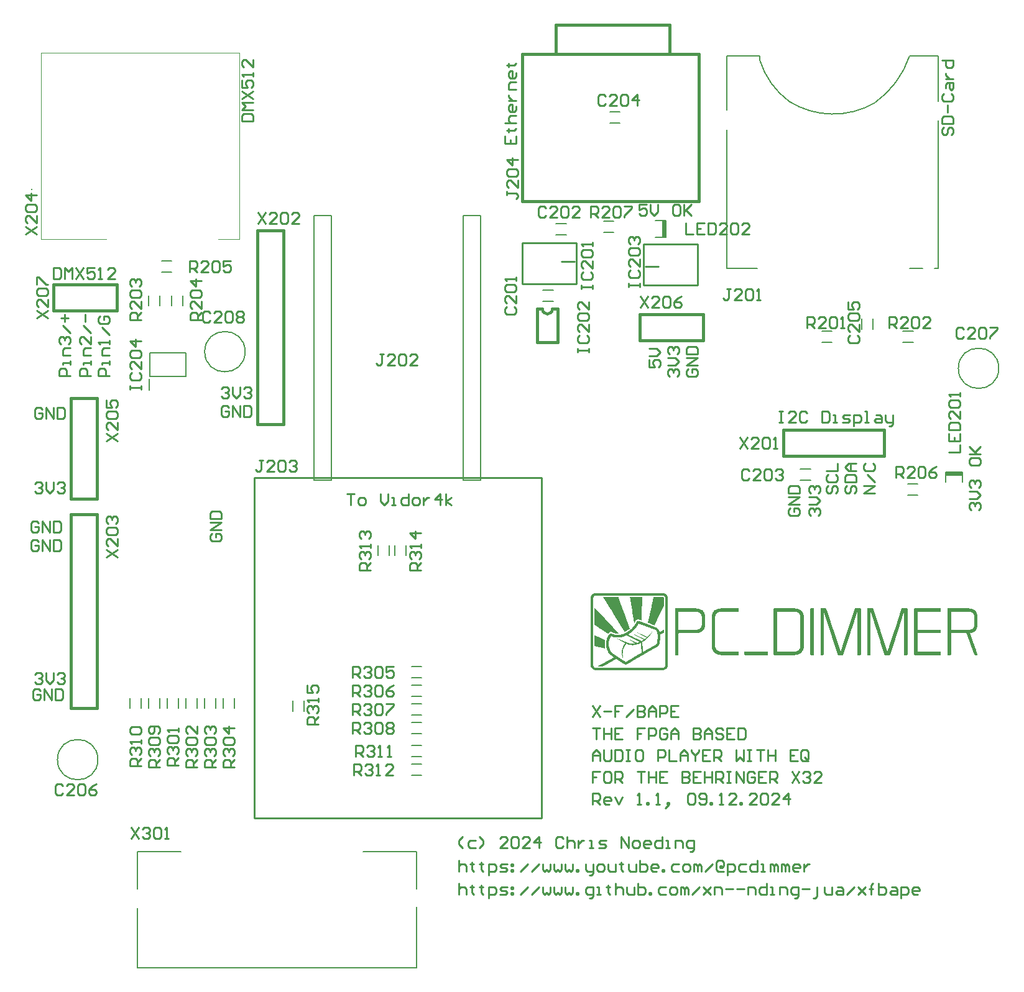
<source format=gto>
G04*
G04 #@! TF.GenerationSoftware,Altium Limited,Altium Designer,25.0.2 (28)*
G04*
G04 Layer_Color=65535*
%FSLAX44Y44*%
%MOMM*%
G71*
G04*
G04 #@! TF.SameCoordinates,A7C3AEC9-9CA1-47B5-BDAE-58582B56A9DF*
G04*
G04*
G04 #@! TF.FilePolarity,Positive*
G04*
G01*
G75*
%ADD10C,0.2000*%
%ADD11C,0.3810*%
%ADD12C,0.1000*%
%ADD13C,0.2540*%
%ADD14C,0.1270*%
%ADD15R,0.5080X2.2860*%
%ADD16R,2.2860X0.5080*%
G36*
X1483011Y683574D02*
X1483428D01*
Y620258D01*
X1483011D01*
Y619841D01*
X1478846D01*
Y620258D01*
X1478429D01*
Y677326D01*
X1478013D01*
Y676492D01*
X1477596D01*
Y675243D01*
X1477180D01*
Y673993D01*
X1476763D01*
Y672744D01*
X1476346D01*
Y671494D01*
X1475930D01*
Y669828D01*
X1475513D01*
Y668578D01*
X1475097D01*
Y667328D01*
X1474680D01*
Y666079D01*
X1474264D01*
Y664829D01*
X1473847D01*
Y663579D01*
X1473431D01*
Y662330D01*
X1473014D01*
Y661080D01*
X1472598D01*
Y659830D01*
X1472181D01*
Y658581D01*
X1471764D01*
Y657331D01*
X1471348D01*
Y656081D01*
X1470931D01*
Y654832D01*
X1470515D01*
Y653582D01*
X1470098D01*
Y651916D01*
X1469682D01*
Y650666D01*
X1469265D01*
Y649417D01*
X1468849D01*
Y648167D01*
X1468432D01*
Y646917D01*
X1468015D01*
Y645668D01*
X1467599D01*
Y644835D01*
Y644418D01*
X1467182D01*
Y643168D01*
X1466766D01*
Y641502D01*
X1466349D01*
Y640252D01*
X1465933D01*
Y639003D01*
X1465516D01*
Y637753D01*
X1465099D01*
Y636503D01*
X1464683D01*
Y635254D01*
X1464266D01*
Y634004D01*
X1463850D01*
Y632755D01*
X1463433D01*
Y631505D01*
X1463017D01*
Y629839D01*
X1462600D01*
Y628589D01*
X1462184D01*
Y627339D01*
X1461767D01*
Y626090D01*
X1461351D01*
Y624840D01*
X1460934D01*
Y623590D01*
X1460517D01*
Y622341D01*
X1460101D01*
Y621091D01*
X1459684D01*
Y620258D01*
X1459268D01*
Y619841D01*
X1452603D01*
Y620258D01*
X1452186D01*
Y620675D01*
X1451770D01*
Y621924D01*
X1451353D01*
Y623174D01*
X1450937D01*
Y624423D01*
X1450520D01*
Y625673D01*
X1450104D01*
Y626923D01*
X1449687D01*
Y628172D01*
X1449270D01*
Y629422D01*
X1448854D01*
Y631088D01*
X1448437D01*
Y632338D01*
X1448021D01*
Y633588D01*
X1447604D01*
Y634837D01*
X1447188D01*
Y636087D01*
X1446771D01*
Y637337D01*
X1446355D01*
Y638586D01*
X1445938D01*
Y639836D01*
X1445522D01*
Y641086D01*
X1445105D01*
Y642752D01*
X1444688D01*
Y644001D01*
X1444272D01*
Y645251D01*
X1443855D01*
Y646501D01*
X1443439D01*
Y647750D01*
X1443022D01*
Y649000D01*
X1442606D01*
Y650250D01*
X1442189D01*
Y651499D01*
X1441773D01*
Y653166D01*
X1441356D01*
Y654415D01*
X1440939D01*
Y655665D01*
X1440523D01*
Y656915D01*
X1440106D01*
Y658164D01*
X1439690D01*
Y659414D01*
X1439273D01*
Y660664D01*
X1438857D01*
Y661913D01*
X1438440D01*
Y663163D01*
X1438024D01*
Y664413D01*
X1437607D01*
Y666079D01*
X1437191D01*
Y667328D01*
X1436774D01*
Y668578D01*
X1436357D01*
Y669828D01*
X1435941D01*
Y671077D01*
X1435524D01*
Y672327D01*
X1435108D01*
Y673577D01*
X1434691D01*
Y674826D01*
X1434275D01*
Y676076D01*
X1433858D01*
Y677326D01*
X1433441D01*
Y677742D01*
X1433025D01*
Y620258D01*
X1432608D01*
Y619841D01*
X1428860D01*
Y620258D01*
X1428443D01*
Y683574D01*
X1428860D01*
Y683990D01*
X1435941D01*
Y683574D01*
X1436357D01*
Y683157D01*
X1436774D01*
Y681908D01*
X1437191D01*
Y680658D01*
X1437607D01*
Y679408D01*
X1438024D01*
Y678159D01*
X1438440D01*
Y676909D01*
X1438857D01*
Y675659D01*
X1439273D01*
Y674410D01*
X1439690D01*
Y673160D01*
X1440106D01*
Y671910D01*
X1440523D01*
Y670661D01*
X1440939D01*
Y669411D01*
X1441356D01*
Y668161D01*
X1441773D01*
Y666912D01*
X1442189D01*
Y665662D01*
X1442606D01*
Y664413D01*
X1443022D01*
Y663163D01*
X1443439D01*
Y661497D01*
X1443855D01*
Y660247D01*
X1444272D01*
Y658997D01*
X1444688D01*
Y657748D01*
X1445105D01*
Y656498D01*
X1445522D01*
Y655248D01*
X1445938D01*
Y653999D01*
X1446355D01*
Y652749D01*
X1446771D01*
Y651499D01*
X1447188D01*
Y650250D01*
X1447604D01*
Y649000D01*
X1448021D01*
Y647750D01*
X1448437D01*
Y646501D01*
X1448854D01*
Y645251D01*
X1449270D01*
Y644001D01*
X1449687D01*
Y642752D01*
X1450104D01*
Y641502D01*
X1450520D01*
Y640252D01*
X1450937D01*
Y639003D01*
X1451353D01*
Y637753D01*
X1451770D01*
Y636503D01*
X1452186D01*
Y635254D01*
X1452603D01*
Y634004D01*
X1453020D01*
Y632755D01*
X1453436D01*
Y631505D01*
X1453853D01*
Y630255D01*
X1454269D01*
Y629006D01*
X1454686D01*
Y627756D01*
X1455102D01*
Y626506D01*
X1455519D01*
Y625257D01*
X1456352D01*
Y626506D01*
X1456768D01*
Y628172D01*
X1457185D01*
Y629006D01*
X1457602D01*
Y630255D01*
X1458018D01*
Y631921D01*
X1458435D01*
Y633171D01*
X1458851D01*
Y634421D01*
X1459268D01*
Y635670D01*
X1459684D01*
Y636920D01*
X1460101D01*
Y638170D01*
X1460517D01*
Y639419D01*
X1460934D01*
Y640669D01*
X1461351D01*
Y641919D01*
X1461767D01*
Y643168D01*
X1462184D01*
Y644418D01*
X1462600D01*
Y645668D01*
X1463017D01*
Y646917D01*
X1463433D01*
Y648167D01*
X1463850D01*
Y649417D01*
X1464266D01*
Y650666D01*
X1464683D01*
Y651916D01*
X1465099D01*
Y653166D01*
X1465516D01*
Y654415D01*
X1465933D01*
Y655665D01*
X1466349D01*
Y656915D01*
X1466766D01*
Y658164D01*
X1467182D01*
Y659414D01*
X1467599D01*
Y660664D01*
X1468015D01*
Y661913D01*
X1468432D01*
Y663163D01*
X1468849D01*
Y664829D01*
X1469265D01*
Y666079D01*
X1469682D01*
Y667328D01*
X1470098D01*
Y668578D01*
X1470515D01*
Y669828D01*
X1470931D01*
Y671077D01*
X1471348D01*
Y672327D01*
X1471764D01*
Y673577D01*
X1472181D01*
Y674826D01*
X1472598D01*
Y676076D01*
X1473014D01*
Y677326D01*
X1473431D01*
Y678575D01*
X1473847D01*
Y679825D01*
X1474264D01*
Y681075D01*
X1474680D01*
Y682324D01*
X1475097D01*
Y683574D01*
X1475513D01*
Y683990D01*
X1483011D01*
Y683574D01*
D02*
G37*
G36*
X1419279D02*
X1419695D01*
Y620258D01*
X1419279D01*
Y619841D01*
X1415113D01*
Y620258D01*
X1414697D01*
Y649417D01*
Y649833D01*
Y676492D01*
X1415113D01*
Y677742D01*
X1414280D01*
Y676492D01*
X1413864D01*
Y675243D01*
X1413447D01*
Y673993D01*
X1413031D01*
Y672744D01*
X1412614D01*
Y671494D01*
X1412197D01*
Y670244D01*
X1411781D01*
Y668995D01*
X1411364D01*
Y667745D01*
X1410948D01*
Y666079D01*
X1410531D01*
Y664829D01*
X1410115D01*
Y663579D01*
X1409698D01*
Y662330D01*
X1409281D01*
Y661080D01*
X1408865D01*
Y659830D01*
X1408448D01*
Y658581D01*
X1408032D01*
Y657331D01*
X1407615D01*
Y656081D01*
X1407199D01*
Y654832D01*
X1406782D01*
Y653582D01*
X1406366D01*
Y652333D01*
X1405949D01*
Y650666D01*
X1405533D01*
Y649417D01*
X1405116D01*
Y648167D01*
X1404699D01*
Y646917D01*
X1404283D01*
Y645668D01*
X1403866D01*
Y644418D01*
X1403450D01*
Y643168D01*
X1403033D01*
Y641919D01*
X1402617D01*
Y640669D01*
X1402200D01*
Y639003D01*
X1401784D01*
Y637753D01*
X1401367D01*
Y636503D01*
X1400950D01*
Y635254D01*
X1400534D01*
Y634004D01*
X1400117D01*
Y632755D01*
X1399701D01*
Y631505D01*
X1399284D01*
Y630255D01*
X1398868D01*
Y628589D01*
X1398451D01*
Y627339D01*
X1398035D01*
Y626090D01*
X1397618D01*
Y624840D01*
X1397202D01*
Y623590D01*
X1396785D01*
Y622341D01*
X1396368D01*
Y621091D01*
X1395952D01*
Y620258D01*
X1395535D01*
Y619841D01*
X1388871D01*
Y620258D01*
X1388454D01*
Y620675D01*
X1388037D01*
Y621924D01*
X1387621D01*
Y623174D01*
X1387204D01*
Y624423D01*
X1386788D01*
Y625673D01*
X1386371D01*
Y626923D01*
X1385955D01*
Y628172D01*
X1385538D01*
Y629422D01*
X1385121D01*
Y630672D01*
X1384705D01*
Y631921D01*
X1384288D01*
Y633588D01*
X1383872D01*
Y634837D01*
X1383455D01*
Y636087D01*
X1383039D01*
Y637337D01*
X1382622D01*
Y638586D01*
X1382206D01*
Y639836D01*
X1381789D01*
Y641086D01*
X1381373D01*
Y642335D01*
X1380956D01*
Y643585D01*
X1380539D01*
Y645251D01*
X1380123D01*
Y646501D01*
X1379706D01*
Y647750D01*
X1379290D01*
Y649000D01*
X1378873D01*
Y650250D01*
X1378457D01*
Y651499D01*
X1378040D01*
Y652749D01*
X1377623D01*
Y653999D01*
X1377207D01*
Y655665D01*
X1376790D01*
Y656915D01*
X1376374D01*
Y658164D01*
X1375957D01*
Y659414D01*
X1375541D01*
Y660664D01*
X1375124D01*
Y661913D01*
X1374708D01*
Y663163D01*
X1374291D01*
Y664413D01*
X1373875D01*
Y665662D01*
X1373458D01*
Y666912D01*
X1373042D01*
Y668578D01*
X1372625D01*
Y669828D01*
X1372208D01*
Y671077D01*
X1371792D01*
Y672327D01*
X1371375D01*
Y673577D01*
X1370959D01*
Y674826D01*
X1370542D01*
Y676076D01*
X1370126D01*
Y677326D01*
X1369709D01*
Y677742D01*
X1369292D01*
Y620258D01*
X1368876D01*
Y619841D01*
X1365127D01*
Y620258D01*
X1364710D01*
Y683574D01*
X1365127D01*
Y683990D01*
X1372208D01*
Y683574D01*
X1372625D01*
Y683157D01*
X1373042D01*
Y681908D01*
X1373458D01*
Y680658D01*
X1373875D01*
Y679408D01*
X1374291D01*
Y678159D01*
X1374708D01*
Y676909D01*
X1375124D01*
Y675659D01*
X1375541D01*
Y674410D01*
X1375957D01*
Y673160D01*
X1376374D01*
Y671910D01*
X1376790D01*
Y670661D01*
X1377207D01*
Y669411D01*
X1377623D01*
Y668161D01*
X1378040D01*
Y666912D01*
X1378457D01*
Y665246D01*
X1378873D01*
Y663996D01*
X1379290D01*
Y662746D01*
X1379706D01*
Y661497D01*
X1380123D01*
Y660247D01*
X1380539D01*
Y658997D01*
X1380956D01*
Y657748D01*
X1381373D01*
Y656498D01*
X1381789D01*
Y655248D01*
X1382206D01*
Y653999D01*
X1382622D01*
Y652749D01*
X1383039D01*
Y651499D01*
X1383455D01*
Y650250D01*
X1383872D01*
Y649000D01*
X1384288D01*
Y647750D01*
X1384705D01*
Y646501D01*
X1385121D01*
Y645251D01*
X1385538D01*
Y644001D01*
X1385955D01*
Y642752D01*
X1386371D01*
Y641502D01*
X1386788D01*
Y640252D01*
X1387204D01*
Y639003D01*
X1387621D01*
Y637753D01*
X1388037D01*
Y636503D01*
X1388454D01*
Y635254D01*
X1388871D01*
Y634004D01*
X1389287D01*
Y632755D01*
X1389704D01*
Y631505D01*
X1390120D01*
Y630255D01*
X1390537D01*
Y629006D01*
X1390953D01*
Y627756D01*
X1391370D01*
Y626506D01*
X1391786D01*
Y625257D01*
X1392203D01*
Y625673D01*
X1392619D01*
Y626923D01*
X1393036D01*
Y628172D01*
X1393452D01*
Y629422D01*
X1393869D01*
Y630672D01*
X1394286D01*
Y631921D01*
X1394702D01*
Y633171D01*
X1395119D01*
Y634421D01*
X1395535D01*
Y635670D01*
X1395952D01*
Y636920D01*
X1396368D01*
Y638170D01*
X1396785D01*
Y639419D01*
X1397202D01*
Y640669D01*
X1397618D01*
Y641919D01*
X1398035D01*
Y643168D01*
X1398451D01*
Y644418D01*
X1398868D01*
Y645668D01*
X1399284D01*
Y646917D01*
X1399701D01*
Y648167D01*
X1400117D01*
Y649417D01*
X1400534D01*
Y650666D01*
X1400950D01*
Y651916D01*
X1401367D01*
Y653166D01*
X1401784D01*
Y654415D01*
X1402200D01*
Y655665D01*
X1402617D01*
Y657331D01*
X1403033D01*
Y658581D01*
X1403450D01*
Y659830D01*
X1403866D01*
Y661080D01*
X1404283D01*
Y662330D01*
X1404699D01*
Y663579D01*
X1405116D01*
Y664829D01*
X1405533D01*
Y666079D01*
X1405949D01*
Y667328D01*
X1406366D01*
Y668578D01*
X1406782D01*
Y669828D01*
X1407199D01*
Y671077D01*
X1407615D01*
Y672327D01*
X1408032D01*
Y673577D01*
X1408448D01*
Y674826D01*
X1408865D01*
Y676076D01*
X1409281D01*
Y677326D01*
X1409698D01*
Y678575D01*
X1410115D01*
Y679825D01*
X1410531D01*
Y681075D01*
X1410948D01*
Y682324D01*
X1411364D01*
Y683574D01*
X1411781D01*
Y683990D01*
X1419279D01*
Y683574D01*
D02*
G37*
G36*
X1567155D02*
X1569654D01*
Y683157D01*
X1571320D01*
Y682741D01*
X1572153D01*
Y682324D01*
X1572986D01*
Y681908D01*
X1573820D01*
Y681491D01*
X1574236D01*
Y681075D01*
X1575069D01*
Y680658D01*
X1575486D01*
Y680241D01*
X1575902D01*
Y679825D01*
X1576319D01*
Y678992D01*
X1576736D01*
Y678575D01*
X1577152D01*
Y677742D01*
X1577569D01*
Y676909D01*
X1577985D01*
Y675659D01*
X1578402D01*
Y673577D01*
X1578818D01*
Y659830D01*
X1578402D01*
Y657748D01*
X1577985D01*
Y656498D01*
X1577569D01*
Y655665D01*
X1577152D01*
Y654832D01*
X1576736D01*
Y654415D01*
X1576319D01*
Y653582D01*
X1575902D01*
Y653166D01*
X1575486D01*
Y652749D01*
X1575069D01*
Y652333D01*
X1574653D01*
Y651916D01*
X1573820D01*
Y651499D01*
X1572986D01*
Y651083D01*
X1572153D01*
Y650666D01*
X1571320D01*
Y650250D01*
X1569654D01*
Y649833D01*
X1568405D01*
Y649000D01*
X1568821D01*
Y647750D01*
X1569238D01*
Y646501D01*
X1569654D01*
Y645251D01*
X1570071D01*
Y644001D01*
X1570487D01*
Y642752D01*
X1570904D01*
Y641919D01*
X1571320D01*
Y640669D01*
X1571737D01*
Y639419D01*
X1572153D01*
Y638170D01*
X1572570D01*
Y636920D01*
X1572986D01*
Y636087D01*
X1573403D01*
Y634837D01*
X1573820D01*
Y633588D01*
X1574236D01*
Y632338D01*
X1574653D01*
Y631088D01*
X1575069D01*
Y630255D01*
X1575486D01*
Y629006D01*
X1575902D01*
Y627756D01*
X1576319D01*
Y626506D01*
X1576736D01*
Y625257D01*
X1577152D01*
Y624423D01*
X1577569D01*
Y623174D01*
X1577985D01*
Y621924D01*
X1578402D01*
Y620675D01*
X1578818D01*
Y620258D01*
X1578402D01*
Y619841D01*
X1574653D01*
Y620258D01*
X1574236D01*
Y620675D01*
X1573820D01*
Y621924D01*
X1573403D01*
Y622757D01*
X1572986D01*
Y624007D01*
X1572570D01*
Y625257D01*
X1572153D01*
Y626506D01*
X1571737D01*
Y627756D01*
X1571320D01*
Y628589D01*
X1570904D01*
Y629839D01*
X1570487D01*
Y631088D01*
X1570071D01*
Y632338D01*
X1569654D01*
Y633588D01*
X1569238D01*
Y634837D01*
X1568821D01*
Y635670D01*
X1568405D01*
Y636920D01*
X1567988D01*
Y638170D01*
X1567571D01*
Y639419D01*
X1567155D01*
Y640669D01*
X1566738D01*
Y641919D01*
X1566322D01*
Y642752D01*
X1565905D01*
Y644001D01*
X1565489D01*
Y645251D01*
X1565072D01*
Y646501D01*
X1564655D01*
Y647750D01*
X1564239D01*
Y648584D01*
X1563822D01*
Y649417D01*
X1563406D01*
Y649833D01*
X1543828D01*
Y649417D01*
X1543411D01*
Y649833D01*
X1542578D01*
Y620258D01*
X1542162D01*
Y619841D01*
X1537996D01*
Y683990D01*
X1567155D01*
Y683574D01*
D02*
G37*
G36*
X1528832Y678992D02*
X1496758D01*
Y654415D01*
X1497174D01*
Y653999D01*
X1527999D01*
Y654415D01*
X1528416D01*
Y653999D01*
X1528832D01*
Y649833D01*
X1497174D01*
Y649417D01*
X1496758D01*
Y624840D01*
X1528416D01*
Y624423D01*
X1528832D01*
Y619841D01*
X1492592D01*
Y620258D01*
X1492175D01*
Y683574D01*
X1492592D01*
Y683990D01*
X1528832D01*
Y678992D01*
D02*
G37*
G36*
X1355546Y619841D02*
X1351381D01*
Y620258D01*
X1350964D01*
Y644001D01*
Y644418D01*
Y683574D01*
X1351381D01*
Y683990D01*
X1355546D01*
Y619841D01*
D02*
G37*
G36*
X1330137Y683574D02*
X1333053D01*
Y683157D01*
X1334302D01*
Y682741D01*
X1335552D01*
Y682324D01*
X1336385D01*
Y681908D01*
X1336801D01*
Y681491D01*
X1337634D01*
Y681075D01*
X1338051D01*
Y680658D01*
X1338468D01*
Y680241D01*
X1338884D01*
Y679825D01*
X1339301D01*
Y679408D01*
X1339717D01*
Y678575D01*
X1340134D01*
Y678159D01*
X1340550D01*
Y677326D01*
X1340967D01*
Y676076D01*
X1341384D01*
Y674410D01*
X1341800D01*
Y670661D01*
X1342217D01*
Y633171D01*
X1341800D01*
Y629422D01*
X1341384D01*
Y627756D01*
X1340967D01*
Y626506D01*
X1340550D01*
Y625673D01*
X1340134D01*
Y625257D01*
X1339717D01*
Y624423D01*
X1339301D01*
Y624007D01*
X1338884D01*
Y623590D01*
X1338468D01*
Y623174D01*
X1338051D01*
Y622757D01*
X1337634D01*
Y622341D01*
X1337218D01*
Y621924D01*
X1336385D01*
Y621508D01*
X1335552D01*
Y621091D01*
X1334302D01*
Y620675D01*
X1333053D01*
Y620258D01*
X1330137D01*
Y619841D01*
X1301395D01*
Y620258D01*
X1300978D01*
Y621924D01*
Y622341D01*
Y683574D01*
X1301395D01*
Y683990D01*
X1330137D01*
Y683574D01*
D02*
G37*
G36*
X1292647Y624423D02*
X1293063D01*
Y619841D01*
X1261405D01*
Y620258D01*
X1260989D01*
Y624423D01*
X1261405D01*
Y624840D01*
X1292647D01*
Y624423D01*
D02*
G37*
G36*
X1253074Y683157D02*
X1253491D01*
Y682741D01*
X1253074D01*
Y682324D01*
X1253491D01*
Y681908D01*
X1253074D01*
Y680241D01*
X1253491D01*
Y679825D01*
X1253074D01*
Y678992D01*
X1227248D01*
Y678575D01*
X1225999D01*
Y678159D01*
X1225165D01*
Y677742D01*
X1224332D01*
Y677326D01*
X1223916D01*
Y676909D01*
X1223499D01*
Y676492D01*
X1223083D01*
Y676076D01*
X1222666D01*
Y675243D01*
X1222250D01*
Y674410D01*
X1221833D01*
Y672744D01*
X1221416D01*
Y631088D01*
X1221833D01*
Y629422D01*
X1222250D01*
Y628589D01*
X1222666D01*
Y627756D01*
X1223083D01*
Y627339D01*
X1223499D01*
Y626923D01*
X1223916D01*
Y626506D01*
X1224332D01*
Y626090D01*
X1225165D01*
Y625673D01*
X1225999D01*
Y625257D01*
X1227248D01*
Y624840D01*
X1253074D01*
Y619841D01*
X1228498D01*
Y620258D01*
X1225999D01*
Y620675D01*
X1224332D01*
Y621091D01*
X1223499D01*
Y621508D01*
X1222666D01*
Y621924D01*
X1221833D01*
Y622341D01*
X1221000D01*
Y622757D01*
X1220583D01*
Y623174D01*
X1220167D01*
Y623590D01*
X1219750D01*
Y624007D01*
X1219334D01*
Y624840D01*
X1218917D01*
Y625257D01*
X1218501D01*
Y626090D01*
X1218084D01*
Y626923D01*
X1217667D01*
Y628172D01*
X1217251D01*
Y629839D01*
X1216834D01*
Y673993D01*
X1217251D01*
Y675659D01*
X1217667D01*
Y676909D01*
X1218084D01*
Y677742D01*
X1218501D01*
Y678575D01*
X1218917D01*
Y678992D01*
X1219334D01*
Y679825D01*
X1219750D01*
Y680241D01*
X1220167D01*
Y680658D01*
X1220583D01*
Y681075D01*
X1221416D01*
Y681491D01*
X1221833D01*
Y681908D01*
X1222666D01*
Y682324D01*
X1223499D01*
Y682741D01*
X1224332D01*
Y683157D01*
X1225999D01*
Y683574D01*
X1228914D01*
Y683990D01*
X1253074D01*
Y683157D01*
D02*
G37*
G36*
X1195590Y683574D02*
X1198506D01*
Y683157D01*
X1200172D01*
Y682741D01*
X1201005D01*
Y682324D01*
X1201839D01*
Y681908D01*
X1202672D01*
Y681491D01*
X1203088D01*
Y681075D01*
X1203921D01*
Y680658D01*
X1204338D01*
Y680241D01*
X1204754D01*
Y679825D01*
X1205171D01*
Y678992D01*
X1205587D01*
Y678575D01*
X1206004D01*
Y677742D01*
X1206421D01*
Y676909D01*
X1206837D01*
Y675659D01*
X1207254D01*
Y673993D01*
X1207670D01*
Y659414D01*
X1207254D01*
Y657748D01*
X1206837D01*
Y656498D01*
X1206421D01*
Y655665D01*
X1206004D01*
Y654832D01*
X1205587D01*
Y654415D01*
X1205171D01*
Y653582D01*
X1204754D01*
Y653166D01*
X1204338D01*
Y652749D01*
X1203921D01*
Y652333D01*
X1203088D01*
Y651916D01*
X1202672D01*
Y651499D01*
X1201839D01*
Y651083D01*
X1201005D01*
Y650666D01*
X1200172D01*
Y650250D01*
X1198506D01*
Y649833D01*
X1171847D01*
Y649417D01*
X1171430D01*
Y620258D01*
X1171014D01*
Y619841D01*
X1166848D01*
Y681908D01*
Y682324D01*
Y683990D01*
X1195590D01*
Y683574D01*
D02*
G37*
G36*
X1151436Y703985D02*
X1152685D01*
Y703568D01*
X1153518D01*
Y703152D01*
X1154352D01*
Y702735D01*
X1154768D01*
Y702319D01*
X1155185D01*
Y701902D01*
X1155601D01*
Y701069D01*
X1156018D01*
Y700236D01*
X1156434D01*
Y603596D01*
X1156018D01*
Y602763D01*
X1155601D01*
Y601930D01*
X1155185D01*
Y601513D01*
X1154768D01*
Y601096D01*
X1154352D01*
Y600680D01*
X1153518D01*
Y600263D01*
X1152685D01*
Y599847D01*
X1151436D01*
Y599430D01*
X1056878D01*
Y599847D01*
X1055629D01*
Y600263D01*
X1054796D01*
Y600680D01*
X1054379D01*
Y601096D01*
X1053962D01*
Y601513D01*
X1053546D01*
Y601930D01*
X1053129D01*
Y602346D01*
X1052713D01*
Y602763D01*
X1052296D01*
Y604012D01*
X1051880D01*
Y699819D01*
X1052296D01*
Y701069D01*
X1052713D01*
Y701486D01*
X1053129D01*
Y701902D01*
X1053546D01*
Y702735D01*
X1054379D01*
Y703152D01*
X1054796D01*
Y703568D01*
X1055629D01*
Y703985D01*
X1056878D01*
Y704401D01*
X1151436D01*
Y703985D01*
D02*
G37*
%LPC*%
G36*
X1568405Y678992D02*
X1542578D01*
Y654415D01*
X1542995D01*
Y653999D01*
X1565905D01*
Y654415D01*
X1568821D01*
Y654832D01*
X1570071D01*
Y655248D01*
X1570487D01*
Y655665D01*
X1571320D01*
Y656081D01*
X1571737D01*
Y656498D01*
X1572153D01*
Y656915D01*
X1572570D01*
Y657331D01*
X1572986D01*
Y658164D01*
X1573403D01*
Y658997D01*
X1573820D01*
Y660664D01*
X1574236D01*
Y672744D01*
X1573820D01*
Y674410D01*
X1573403D01*
Y675243D01*
X1572986D01*
Y676076D01*
X1572570D01*
Y676492D01*
X1572153D01*
Y676909D01*
X1571737D01*
Y677326D01*
X1571320D01*
Y677742D01*
X1570487D01*
Y678159D01*
X1569654D01*
Y678575D01*
X1568405D01*
Y678992D01*
D02*
G37*
G36*
X1331803D02*
X1305560D01*
Y624840D01*
X1331803D01*
Y625257D01*
X1333053D01*
Y625673D01*
X1333885D01*
Y626090D01*
X1334302D01*
Y626506D01*
X1335135D01*
Y626923D01*
X1335552D01*
Y627756D01*
X1335968D01*
Y628172D01*
X1336385D01*
Y629006D01*
X1336801D01*
Y630255D01*
X1337218D01*
Y673577D01*
X1336801D01*
Y673993D01*
Y674826D01*
X1336385D01*
Y675659D01*
X1335968D01*
Y676076D01*
X1335552D01*
Y676909D01*
X1335135D01*
Y677326D01*
X1334302D01*
Y677742D01*
X1333885D01*
Y678159D01*
X1333053D01*
Y678575D01*
X1331803D01*
Y678992D01*
D02*
G37*
G36*
X1197256D02*
X1171430D01*
Y654415D01*
X1171847D01*
Y653999D01*
X1172263D01*
Y654415D01*
X1172680D01*
Y653999D01*
X1194341D01*
Y654415D01*
X1197673D01*
Y654832D01*
X1198506D01*
Y655248D01*
X1199339D01*
Y655665D01*
X1200172D01*
Y656081D01*
X1200589D01*
Y656498D01*
X1201005D01*
Y656915D01*
X1201422D01*
Y657331D01*
X1201839D01*
Y658164D01*
X1202255D01*
Y658997D01*
X1202672D01*
Y660664D01*
X1203088D01*
Y672744D01*
X1202672D01*
Y674410D01*
X1202255D01*
Y675243D01*
X1201839D01*
Y676076D01*
X1201422D01*
Y676492D01*
X1201005D01*
Y676909D01*
X1200589D01*
Y677326D01*
X1200172D01*
Y677742D01*
X1199339D01*
Y678159D01*
X1198506D01*
Y678575D01*
X1197256D01*
Y678992D01*
D02*
G37*
G36*
X1151436Y700652D02*
X1056878D01*
Y700236D01*
X1056045D01*
Y699403D01*
X1055629D01*
Y698570D01*
X1055212D01*
Y605262D01*
X1055629D01*
Y604012D01*
X1056045D01*
Y603596D01*
X1056878D01*
Y603179D01*
X1151436D01*
Y603596D01*
X1152269D01*
Y604012D01*
X1152685D01*
Y604846D01*
X1153102D01*
Y698986D01*
X1152685D01*
Y699819D01*
X1152269D01*
Y700236D01*
X1151436D01*
Y700652D01*
D02*
G37*
%LPD*%
G36*
X1122277Y698153D02*
X1121861D01*
Y686906D01*
X1121444D01*
Y684824D01*
Y684407D01*
Y675659D01*
X1121027D01*
Y667328D01*
X1120194D01*
Y667745D01*
X1118945D01*
Y668161D01*
X1117695D01*
Y668578D01*
X1115612D01*
Y668161D01*
X1114362D01*
Y667745D01*
X1113946D01*
Y667328D01*
X1113529D01*
Y666912D01*
X1113113D01*
Y666079D01*
X1112696D01*
Y665246D01*
X1112280D01*
Y664829D01*
X1111863D01*
Y663996D01*
X1111030D01*
Y666079D01*
X1110614D01*
Y668578D01*
X1110197D01*
Y671077D01*
X1109780D01*
Y673577D01*
X1109364D01*
Y675659D01*
X1108947D01*
Y678159D01*
X1108531D01*
Y680658D01*
X1108114D01*
Y683157D01*
X1107698D01*
Y685657D01*
X1107281D01*
Y687739D01*
X1106865D01*
Y690239D01*
X1106448D01*
Y692738D01*
X1106031D01*
Y695237D01*
X1105615D01*
Y697737D01*
X1105198D01*
Y698986D01*
X1122277D01*
Y698153D01*
D02*
G37*
G36*
X1151019Y698570D02*
X1151436D01*
Y686906D01*
X1151019D01*
Y686073D01*
X1150603D01*
Y685240D01*
X1150186D01*
Y684407D01*
X1149770D01*
Y683574D01*
X1149353D01*
Y682741D01*
X1148936D01*
Y681908D01*
X1148520D01*
Y680658D01*
X1148103D01*
Y679825D01*
X1147687D01*
Y678992D01*
X1147270D01*
Y678159D01*
X1146854D01*
Y677326D01*
X1146437D01*
Y676492D01*
X1146021D01*
Y675659D01*
X1145604D01*
Y674410D01*
X1145187D01*
Y673577D01*
X1144771D01*
Y672744D01*
X1144354D01*
Y671910D01*
X1143938D01*
Y671077D01*
X1143521D01*
Y670244D01*
X1143105D01*
Y669411D01*
X1142688D01*
Y668578D01*
X1142271D01*
Y667328D01*
X1141855D01*
Y666495D01*
X1141438D01*
Y665662D01*
X1141022D01*
Y664829D01*
X1140605D01*
Y663996D01*
X1140189D01*
Y663163D01*
X1139772D01*
Y662330D01*
X1139356D01*
Y661497D01*
X1138939D01*
Y660664D01*
X1138106D01*
Y661080D01*
X1137273D01*
Y661497D01*
X1136023D01*
Y661913D01*
X1135190D01*
Y662330D01*
X1133941D01*
Y662746D01*
X1132691D01*
Y663163D01*
X1131858D01*
Y663579D01*
X1130608D01*
Y663996D01*
X1129775D01*
Y666079D01*
X1130191D01*
Y667745D01*
X1130608D01*
Y669411D01*
X1131025D01*
Y670244D01*
Y670661D01*
Y671494D01*
X1131441D01*
Y673160D01*
X1131858D01*
Y674826D01*
X1132274D01*
Y676909D01*
X1132691D01*
Y678575D01*
X1133107D01*
Y680241D01*
X1133524D01*
Y682324D01*
X1133941D01*
Y683990D01*
X1134357D01*
Y685657D01*
X1134774D01*
Y687739D01*
X1135190D01*
Y689406D01*
X1135607D01*
Y691072D01*
X1136023D01*
Y692738D01*
X1136440D01*
Y694821D01*
X1136856D01*
Y696487D01*
X1137273D01*
Y698153D01*
X1137689D01*
Y698986D01*
X1151019D01*
Y698570D01*
D02*
G37*
G36*
X1089786Y697737D02*
X1090202D01*
Y696487D01*
X1090619D01*
Y695237D01*
X1091036D01*
Y693988D01*
X1091452D01*
Y693155D01*
X1091869D01*
Y691905D01*
X1092285D01*
Y690655D01*
X1092702D01*
Y689406D01*
X1093118D01*
Y688572D01*
X1093535D01*
Y688156D01*
Y687739D01*
Y687323D01*
X1093951D01*
Y686073D01*
X1094368D01*
Y684824D01*
X1094785D01*
Y683990D01*
X1095201D01*
Y682741D01*
X1095618D01*
Y681491D01*
X1096034D01*
Y680658D01*
X1096451D01*
Y679408D01*
X1096867D01*
Y678159D01*
X1097284D01*
Y676909D01*
X1097700D01*
Y676076D01*
X1098117D01*
Y674826D01*
X1098533D01*
Y673577D01*
X1098950D01*
Y672327D01*
X1099367D01*
Y671494D01*
X1099783D01*
Y670244D01*
X1100200D01*
Y668995D01*
X1100616D01*
Y667745D01*
X1101033D01*
Y666495D01*
X1101449D01*
Y665662D01*
X1101866D01*
Y664413D01*
X1102282D01*
Y663163D01*
X1102699D01*
Y661913D01*
X1103116D01*
Y661080D01*
X1103532D01*
Y659830D01*
X1103949D01*
Y658581D01*
X1104365D01*
Y657331D01*
X1104782D01*
Y655665D01*
X1104365D01*
Y655248D01*
X1103532D01*
Y654832D01*
X1103116D01*
Y654415D01*
X1102699D01*
Y653999D01*
X1101866D01*
Y653582D01*
X1101449D01*
Y653166D01*
X1100616D01*
Y652749D01*
X1100200D01*
Y652333D01*
X1099367D01*
Y651916D01*
X1097700D01*
Y652749D01*
X1097284D01*
Y653166D01*
X1096867D01*
Y653999D01*
X1096451D01*
Y654415D01*
X1096034D01*
Y655248D01*
X1095618D01*
Y656081D01*
X1095201D01*
Y656498D01*
X1094785D01*
Y657331D01*
X1094368D01*
Y658164D01*
X1093951D01*
Y658581D01*
X1093535D01*
Y659414D01*
X1093118D01*
Y659830D01*
X1092702D01*
Y660664D01*
X1092285D01*
Y661497D01*
X1091869D01*
Y661913D01*
X1091452D01*
Y662746D01*
X1091036D01*
Y663579D01*
X1090619D01*
Y663996D01*
X1090202D01*
Y664829D01*
X1089786D01*
Y665246D01*
X1089369D01*
Y666079D01*
X1088953D01*
Y666912D01*
X1088536D01*
Y667328D01*
X1088120D01*
Y668161D01*
X1087703D01*
Y668578D01*
X1087287D01*
Y669411D01*
X1086870D01*
Y670244D01*
X1086453D01*
Y670661D01*
X1086037D01*
Y671494D01*
X1085620D01*
Y672327D01*
X1085204D01*
Y672744D01*
X1084787D01*
Y673577D01*
X1084371D01*
Y673993D01*
X1083954D01*
Y674826D01*
X1083538D01*
Y675659D01*
X1083121D01*
Y676076D01*
X1082704D01*
Y676909D01*
X1082288D01*
Y677742D01*
X1081871D01*
Y678159D01*
X1081455D01*
Y678992D01*
X1081038D01*
Y679408D01*
X1080622D01*
Y680241D01*
X1080205D01*
Y681075D01*
X1079789D01*
Y681491D01*
X1079372D01*
Y682324D01*
X1078956D01*
Y682741D01*
X1078539D01*
Y683574D01*
X1078122D01*
Y684407D01*
X1077706D01*
Y684824D01*
X1077289D01*
Y685657D01*
X1076873D01*
Y686073D01*
X1076456D01*
Y686906D01*
X1076040D01*
Y687739D01*
X1075623D01*
Y688156D01*
X1075207D01*
Y688989D01*
X1074790D01*
Y689822D01*
X1074373D01*
Y690239D01*
X1073957D01*
Y691072D01*
X1073540D01*
Y691488D01*
X1073124D01*
Y692321D01*
X1072707D01*
Y693155D01*
X1072291D01*
Y693571D01*
X1071874D01*
Y694404D01*
X1071458D01*
Y694821D01*
X1071041D01*
Y695654D01*
X1070624D01*
Y696487D01*
X1070208D01*
Y696904D01*
X1069791D01*
Y697737D01*
X1069375D01*
Y698570D01*
X1068958D01*
Y698986D01*
X1089786D01*
Y697737D01*
D02*
G37*
G36*
X1057711Y683990D02*
X1058128D01*
Y683574D01*
X1058544D01*
Y683157D01*
X1058961D01*
Y682741D01*
X1059378D01*
Y682324D01*
X1059794D01*
Y681908D01*
X1060211D01*
Y681491D01*
X1060627D01*
Y680658D01*
X1061044D01*
Y680241D01*
X1061460D01*
Y679825D01*
X1061877D01*
Y679408D01*
X1062293D01*
Y678992D01*
X1062710D01*
Y678575D01*
X1063127D01*
Y678159D01*
X1063543D01*
Y677742D01*
X1063960D01*
Y677326D01*
X1064376D01*
Y676909D01*
X1064793D01*
Y676492D01*
X1065209D01*
Y676076D01*
X1065626D01*
Y675243D01*
X1066042D01*
Y674826D01*
X1066459D01*
Y674410D01*
X1066876D01*
Y673993D01*
X1067292D01*
Y673577D01*
X1067709D01*
Y673160D01*
X1068125D01*
Y672744D01*
X1068542D01*
Y672327D01*
X1068958D01*
Y671910D01*
X1069375D01*
Y671494D01*
X1069791D01*
Y671077D01*
X1070208D01*
Y670661D01*
X1070624D01*
Y670244D01*
X1071041D01*
Y669411D01*
X1071458D01*
Y668995D01*
X1071874D01*
Y668578D01*
X1072291D01*
Y668161D01*
X1072707D01*
Y667745D01*
X1073124D01*
Y667328D01*
X1073540D01*
Y666912D01*
X1073957D01*
Y666495D01*
X1074373D01*
Y666079D01*
X1074790D01*
Y665662D01*
X1075207D01*
Y665246D01*
X1075623D01*
Y664829D01*
X1076040D01*
Y664413D01*
X1076456D01*
Y663996D01*
X1076873D01*
Y663163D01*
X1077289D01*
Y662746D01*
X1077706D01*
Y662330D01*
X1078122D01*
Y661913D01*
X1078539D01*
Y661497D01*
X1078956D01*
Y661080D01*
X1079372D01*
Y660664D01*
X1079789D01*
Y660247D01*
X1080205D01*
Y659830D01*
X1080622D01*
Y659414D01*
X1081038D01*
Y658997D01*
X1081455D01*
Y658581D01*
X1081871D01*
Y657748D01*
X1082288D01*
Y657331D01*
X1082704D01*
Y656915D01*
X1083121D01*
Y656498D01*
X1083538D01*
Y656081D01*
X1083954D01*
Y655665D01*
X1084371D01*
Y655248D01*
X1084787D01*
Y654832D01*
X1085204D01*
Y654415D01*
X1085620D01*
Y653999D01*
X1086037D01*
Y653582D01*
X1086453D01*
Y653166D01*
X1086870D01*
Y652749D01*
X1087287D01*
Y651916D01*
X1087703D01*
Y651499D01*
X1088120D01*
Y651083D01*
X1088536D01*
Y650666D01*
X1088953D01*
Y650250D01*
X1089369D01*
Y649833D01*
X1089786D01*
Y649417D01*
X1084787D01*
Y649833D01*
X1083121D01*
Y650250D01*
X1082288D01*
Y650666D01*
X1081455D01*
Y651083D01*
X1080205D01*
Y651499D01*
X1078122D01*
Y651083D01*
X1077289D01*
Y650666D01*
X1076873D01*
Y650250D01*
X1076456D01*
Y649833D01*
X1076040D01*
Y649417D01*
X1075623D01*
Y649000D01*
X1074790D01*
Y649417D01*
X1074373D01*
Y649833D01*
X1073540D01*
Y650250D01*
X1073124D01*
Y650666D01*
X1072291D01*
Y651083D01*
X1071874D01*
Y651499D01*
X1071041D01*
Y651916D01*
X1070624D01*
Y652333D01*
X1070208D01*
Y652749D01*
X1069375D01*
Y653166D01*
X1068958D01*
Y653582D01*
X1068125D01*
Y653999D01*
X1067709D01*
Y654415D01*
X1066876D01*
Y654832D01*
X1066459D01*
Y655248D01*
X1066042D01*
Y655665D01*
X1065209D01*
Y656081D01*
X1064793D01*
Y656498D01*
X1063960D01*
Y656915D01*
X1063543D01*
Y657331D01*
X1062710D01*
Y657748D01*
X1062293D01*
Y658164D01*
X1061877D01*
Y658581D01*
X1061044D01*
Y658997D01*
X1060627D01*
Y659414D01*
X1059794D01*
Y659830D01*
X1059378D01*
Y660247D01*
X1058961D01*
Y660664D01*
X1058128D01*
Y661080D01*
X1057711D01*
Y661497D01*
X1057295D01*
Y661913D01*
X1056878D01*
Y684407D01*
X1057711D01*
Y683990D01*
D02*
G37*
G36*
X1118111Y666079D02*
X1119361D01*
Y665662D01*
X1120611D01*
Y665246D01*
X1121861D01*
Y664829D01*
X1122694D01*
Y664413D01*
X1123943D01*
Y663996D01*
X1125193D01*
Y663579D01*
X1126442D01*
Y663163D01*
X1127276D01*
Y662746D01*
X1128525D01*
Y662330D01*
X1129775D01*
Y661913D01*
X1130608D01*
Y661497D01*
X1131858D01*
Y661080D01*
X1133107D01*
Y660664D01*
X1133941D01*
Y660247D01*
X1135190D01*
Y659830D01*
X1136440D01*
Y659414D01*
X1137273D01*
Y658997D01*
X1138522D01*
Y658581D01*
X1139356D01*
Y658164D01*
X1140605D01*
Y657748D01*
X1141438D01*
Y657331D01*
X1142271D01*
Y656915D01*
X1142688D01*
Y656498D01*
X1143105D01*
Y656081D01*
X1143521D01*
Y655665D01*
X1143938D01*
Y655248D01*
X1144354D01*
Y654415D01*
X1144771D01*
Y653999D01*
X1145187D01*
Y652749D01*
X1145604D01*
Y651499D01*
X1146437D01*
Y651916D01*
X1147270D01*
Y652333D01*
X1148103D01*
Y652749D01*
X1148936D01*
Y653166D01*
X1149353D01*
Y653582D01*
X1150186D01*
Y653999D01*
X1151019D01*
Y654415D01*
X1151436D01*
Y650250D01*
X1150603D01*
Y649833D01*
X1149770D01*
Y649417D01*
X1148936D01*
Y649000D01*
X1148520D01*
Y648584D01*
X1147687D01*
Y648167D01*
X1146854D01*
Y647750D01*
X1146437D01*
Y639836D01*
X1146021D01*
Y636920D01*
X1145604D01*
Y634837D01*
X1145187D01*
Y633588D01*
X1144771D01*
Y633171D01*
X1144354D01*
Y632755D01*
X1143938D01*
Y632338D01*
X1143521D01*
Y631921D01*
X1143105D01*
Y631505D01*
X1142271D01*
Y631088D01*
X1141438D01*
Y630672D01*
X1141022D01*
Y630255D01*
X1140189D01*
Y629839D01*
X1139356D01*
Y629422D01*
X1138522D01*
Y629006D01*
X1138106D01*
Y628589D01*
X1137273D01*
Y628172D01*
X1136440D01*
Y627756D01*
X1135607D01*
Y627339D01*
X1135190D01*
Y626923D01*
X1134357D01*
Y626506D01*
X1133524D01*
Y626090D01*
X1132691D01*
Y625673D01*
X1132274D01*
Y625257D01*
X1131441D01*
Y624840D01*
X1130608D01*
Y624423D01*
X1129775D01*
Y624007D01*
X1129358D01*
Y623590D01*
X1128525D01*
Y623174D01*
X1127692D01*
Y622757D01*
X1127276D01*
Y622341D01*
X1126442D01*
Y621924D01*
X1125609D01*
Y621508D01*
X1124776D01*
Y621091D01*
X1124360D01*
Y620675D01*
X1123527D01*
Y620258D01*
X1122694D01*
Y619841D01*
X1121861D01*
Y619425D01*
X1121444D01*
Y619008D01*
X1120611D01*
Y618592D01*
X1119778D01*
Y618175D01*
X1119361D01*
Y617759D01*
X1118528D01*
Y617342D01*
X1117695D01*
Y616926D01*
X1116862D01*
Y616509D01*
X1116445D01*
Y616092D01*
X1115612D01*
Y615676D01*
X1114779D01*
Y615259D01*
X1113946D01*
Y614843D01*
X1113529D01*
Y614426D01*
X1112696D01*
Y614010D01*
X1111863D01*
Y613593D01*
X1111447D01*
Y613176D01*
X1110614D01*
Y612760D01*
X1109780D01*
Y612343D01*
X1108947D01*
Y611927D01*
X1108531D01*
Y611510D01*
X1107698D01*
Y611094D01*
X1106865D01*
Y610677D01*
X1106031D01*
Y610261D01*
X1105615D01*
Y609844D01*
X1104782D01*
Y609428D01*
X1103949D01*
Y609011D01*
X1103116D01*
Y608595D01*
X1102699D01*
Y608178D01*
X1101866D01*
Y607761D01*
X1101033D01*
Y607345D01*
X1098117D01*
Y607761D01*
X1097284D01*
Y608178D01*
X1096451D01*
Y608595D01*
X1096034D01*
Y609011D01*
X1095201D01*
Y609428D01*
X1094785D01*
Y609844D01*
X1093951D01*
Y610261D01*
X1093535D01*
Y610677D01*
X1092702D01*
Y611094D01*
X1092285D01*
Y611510D01*
X1091452D01*
Y611927D01*
X1090619D01*
Y612343D01*
X1090202D01*
Y612760D01*
X1089369D01*
Y613176D01*
X1088953D01*
Y613593D01*
X1088120D01*
Y614010D01*
X1087703D01*
Y614426D01*
X1086870D01*
Y614843D01*
X1086453D01*
Y614426D01*
X1085620D01*
Y614010D01*
X1084787D01*
Y613593D01*
X1084371D01*
Y613176D01*
X1083538D01*
Y612760D01*
X1082704D01*
Y612343D01*
X1081871D01*
Y611927D01*
X1081038D01*
Y611510D01*
X1080622D01*
Y611094D01*
X1079789D01*
Y610677D01*
X1078956D01*
Y610261D01*
X1078122D01*
Y609844D01*
X1077289D01*
Y609428D01*
X1076456D01*
Y609011D01*
X1076040D01*
Y608595D01*
X1075207D01*
Y608178D01*
X1074373D01*
Y607761D01*
X1073540D01*
Y607345D01*
X1072707D01*
Y606928D01*
X1071874D01*
Y606512D01*
X1071458D01*
Y606095D01*
X1070624D01*
Y605679D01*
X1069791D01*
Y605262D01*
X1068958D01*
Y604846D01*
X1068125D01*
Y604429D01*
X1065626D01*
Y604846D01*
X1065209D01*
Y604429D01*
X1063127D01*
Y604846D01*
X1062710D01*
Y604429D01*
X1062293D01*
Y604846D01*
X1061877D01*
Y605262D01*
X1062710D01*
Y605679D01*
X1063127D01*
Y606095D01*
X1063960D01*
Y606512D01*
X1064793D01*
Y606928D01*
X1065626D01*
Y607345D01*
X1066459D01*
Y607761D01*
X1067292D01*
Y608178D01*
X1067709D01*
Y608595D01*
X1068542D01*
Y609011D01*
X1069375D01*
Y609428D01*
X1070208D01*
Y609844D01*
X1071041D01*
Y610261D01*
X1071458D01*
Y610677D01*
X1072291D01*
Y611094D01*
X1073124D01*
Y611510D01*
X1073957D01*
Y611927D01*
X1074790D01*
Y612343D01*
X1075623D01*
Y612760D01*
X1076040D01*
Y613176D01*
X1076873D01*
Y613593D01*
X1077706D01*
Y614010D01*
X1078539D01*
Y614426D01*
X1079372D01*
Y614843D01*
X1080205D01*
Y615259D01*
X1080622D01*
Y615676D01*
X1081455D01*
Y616092D01*
X1082288D01*
Y616509D01*
X1083121D01*
Y617342D01*
X1082704D01*
Y617759D01*
X1081871D01*
Y618175D01*
X1081455D01*
Y618592D01*
X1080622D01*
Y619008D01*
X1080205D01*
Y619425D01*
X1079372D01*
Y619841D01*
X1078956D01*
Y620258D01*
X1078122D01*
Y620675D01*
X1077706D01*
Y621091D01*
X1077289D01*
Y621508D01*
X1076873D01*
Y621924D01*
X1076456D01*
Y622757D01*
X1076040D01*
Y623174D01*
X1075623D01*
Y624423D01*
X1075207D01*
Y625257D01*
X1074790D01*
Y626090D01*
X1074373D01*
Y627339D01*
X1073957D01*
Y628589D01*
X1073540D01*
Y630255D01*
X1073124D01*
Y632755D01*
X1072707D01*
Y637753D01*
X1073124D01*
Y640252D01*
X1073540D01*
Y641919D01*
X1073957D01*
Y643168D01*
X1074373D01*
Y644001D01*
X1074790D01*
Y644835D01*
X1075207D01*
Y645668D01*
X1075623D01*
Y646501D01*
X1076040D01*
Y646917D01*
X1076456D01*
Y647334D01*
X1076873D01*
Y648167D01*
X1077289D01*
Y648584D01*
X1077706D01*
Y649000D01*
X1078122D01*
Y649417D01*
X1080622D01*
Y649000D01*
X1081455D01*
Y648584D01*
X1082288D01*
Y648167D01*
X1083954D01*
Y647750D01*
X1086037D01*
Y647334D01*
X1091452D01*
Y647750D01*
X1093535D01*
Y648167D01*
X1095201D01*
Y648584D01*
X1096451D01*
Y649000D01*
X1097284D01*
Y649417D01*
X1098533D01*
Y649833D01*
X1099367D01*
Y650250D01*
X1100200D01*
Y650666D01*
X1101033D01*
Y651083D01*
X1101449D01*
Y651499D01*
X1102282D01*
Y651916D01*
X1102699D01*
Y652333D01*
X1103532D01*
Y652749D01*
X1103949D01*
Y653166D01*
X1104782D01*
Y653582D01*
X1105198D01*
Y653999D01*
X1105615D01*
Y654415D01*
X1106031D01*
Y654832D01*
X1106448D01*
Y655248D01*
X1106865D01*
Y655665D01*
X1107698D01*
Y656081D01*
X1108114D01*
Y656498D01*
X1108531D01*
Y656915D01*
X1108947D01*
Y657748D01*
X1109364D01*
Y658164D01*
X1109780D01*
Y658581D01*
X1110197D01*
Y658997D01*
X1110614D01*
Y659414D01*
X1111030D01*
Y660247D01*
X1111447D01*
Y660664D01*
X1111863D01*
Y661080D01*
X1112280D01*
Y661913D01*
X1112696D01*
Y662330D01*
X1113113D01*
Y663163D01*
X1113529D01*
Y663996D01*
X1113946D01*
Y664413D01*
X1114362D01*
Y665246D01*
X1114779D01*
Y666079D01*
X1115612D01*
Y666495D01*
X1118111D01*
Y666079D01*
D02*
G37*
G36*
X1058128Y646501D02*
X1058961D01*
Y646084D01*
X1059794D01*
Y645668D01*
X1060627D01*
Y645251D01*
X1061460D01*
Y644835D01*
X1062710D01*
Y644418D01*
X1063543D01*
Y644001D01*
X1064376D01*
Y643585D01*
X1065209D01*
Y643168D01*
X1066042D01*
Y642752D01*
X1066876D01*
Y642335D01*
X1067709D01*
Y641919D01*
X1068542D01*
Y641502D01*
X1069375D01*
Y641086D01*
X1070624D01*
Y640669D01*
X1071041D01*
Y640252D01*
X1071458D01*
Y639419D01*
X1071041D01*
Y631505D01*
X1071458D01*
Y629422D01*
X1069791D01*
Y629839D01*
X1067709D01*
Y630255D01*
X1066042D01*
Y630672D01*
X1064376D01*
Y631088D01*
X1062293D01*
Y631505D01*
X1060627D01*
Y631921D01*
X1058961D01*
Y632338D01*
X1057295D01*
Y632755D01*
X1056878D01*
Y646917D01*
X1058128D01*
Y646501D01*
D02*
G37*
%LPC*%
G36*
X1101449D02*
X1099367D01*
Y646084D01*
X1098533D01*
Y645668D01*
X1097284D01*
Y645251D01*
X1096034D01*
Y644835D01*
X1094785D01*
Y644418D01*
X1092702D01*
Y644001D01*
X1084371D01*
Y644418D01*
X1082704D01*
Y644835D01*
X1081455D01*
Y645251D01*
X1080205D01*
Y645668D01*
X1079372D01*
Y644835D01*
X1078956D01*
Y644418D01*
X1078539D01*
Y643585D01*
X1078122D01*
Y642752D01*
X1077706D01*
Y641919D01*
X1077289D01*
Y640669D01*
X1076873D01*
Y639003D01*
X1076456D01*
Y631921D01*
X1076873D01*
Y629839D01*
X1077289D01*
Y628589D01*
X1077706D01*
Y627339D01*
X1078122D01*
Y626506D01*
X1078539D01*
Y625673D01*
X1078956D01*
Y624840D01*
X1079372D01*
Y624007D01*
X1079789D01*
Y623590D01*
X1080205D01*
Y623174D01*
X1081038D01*
Y622757D01*
X1081455D01*
Y622341D01*
X1082288D01*
Y621924D01*
X1082704D01*
Y621508D01*
X1083538D01*
Y621091D01*
X1083954D01*
Y620675D01*
X1084787D01*
Y620258D01*
X1085204D01*
Y619841D01*
X1085620D01*
Y619425D01*
X1086453D01*
Y619008D01*
X1086870D01*
Y618592D01*
X1087703D01*
Y618175D01*
X1088536D01*
Y617759D01*
X1088953D01*
Y617342D01*
X1089786D01*
Y616926D01*
X1090202D01*
Y616509D01*
X1091036D01*
Y616092D01*
X1091452D01*
Y615676D01*
X1092285D01*
Y615259D01*
X1092702D01*
Y614843D01*
X1093535D01*
Y614426D01*
X1093951D01*
Y614010D01*
X1094785D01*
Y613593D01*
X1095201D01*
Y613176D01*
X1096034D01*
Y612760D01*
X1096451D01*
Y612343D01*
X1097284D01*
Y611927D01*
X1098117D01*
Y611510D01*
X1098533D01*
Y611094D01*
X1099367D01*
Y610677D01*
X1099783D01*
Y611094D01*
X1100616D01*
Y611510D01*
X1101449D01*
Y611927D01*
X1102282D01*
Y612343D01*
X1102699D01*
Y612760D01*
X1103532D01*
Y613176D01*
X1104365D01*
Y613593D01*
X1104782D01*
Y614010D01*
X1105615D01*
Y614426D01*
X1106448D01*
Y614843D01*
X1107281D01*
Y615259D01*
X1107698D01*
Y615676D01*
X1108531D01*
Y616092D01*
X1109364D01*
Y616509D01*
X1110197D01*
Y616926D01*
X1110614D01*
Y617342D01*
X1111447D01*
Y617759D01*
X1112280D01*
Y618175D01*
X1112696D01*
Y618592D01*
X1113529D01*
Y619008D01*
X1114362D01*
Y619425D01*
X1115196D01*
Y619841D01*
X1115612D01*
Y620258D01*
X1116445D01*
Y620675D01*
X1117278D01*
Y621091D01*
X1118111D01*
Y621508D01*
X1118528D01*
Y621924D01*
X1119361D01*
Y622341D01*
X1120194D01*
Y622757D01*
X1120611D01*
Y623174D01*
X1121027D01*
Y628172D01*
X1120611D01*
Y633171D01*
X1120194D01*
Y636503D01*
X1119361D01*
Y636087D01*
X1118528D01*
Y635670D01*
X1117695D01*
Y635254D01*
X1116445D01*
Y634837D01*
X1114779D01*
Y634421D01*
X1113113D01*
Y634004D01*
X1110197D01*
Y633588D01*
X1107281D01*
Y634004D01*
X1104365D01*
Y634421D01*
X1102699D01*
Y634837D01*
X1101866D01*
Y635254D01*
X1100616D01*
Y635670D01*
X1100200D01*
Y635254D01*
X1099783D01*
Y634421D01*
X1099367D01*
Y634004D01*
X1098950D01*
Y633171D01*
X1098533D01*
Y632755D01*
X1098117D01*
Y631921D01*
X1097700D01*
Y631088D01*
X1097284D01*
Y630255D01*
X1096867D01*
Y629006D01*
X1096451D01*
Y627756D01*
X1096034D01*
Y626090D01*
X1095618D01*
Y621924D01*
X1095201D01*
Y620675D01*
X1095618D01*
Y616926D01*
X1096034D01*
Y615259D01*
X1095618D01*
Y616092D01*
X1095201D01*
Y617759D01*
X1094785D01*
Y619841D01*
X1094368D01*
Y626923D01*
X1094785D01*
Y629006D01*
X1095201D01*
Y630255D01*
X1095618D01*
Y631505D01*
X1096034D01*
Y632338D01*
X1096451D01*
Y633171D01*
X1096867D01*
Y634004D01*
X1097284D01*
Y634837D01*
X1097700D01*
Y635254D01*
X1098117D01*
Y636087D01*
X1098533D01*
Y636503D01*
X1098117D01*
Y636920D01*
X1097700D01*
Y637337D01*
X1096867D01*
Y637753D01*
X1096034D01*
Y638170D01*
X1095201D01*
Y638586D01*
X1094368D01*
Y639003D01*
X1093535D01*
Y639419D01*
X1092702D01*
Y639836D01*
X1092285D01*
Y640252D01*
X1091452D01*
Y640669D01*
X1090619D01*
Y641086D01*
X1089786D01*
Y641502D01*
X1088953D01*
Y641919D01*
X1088120D01*
Y642335D01*
X1089369D01*
Y641919D01*
X1090619D01*
Y641502D01*
X1091452D01*
Y641086D01*
X1092702D01*
Y640669D01*
X1093535D01*
Y640252D01*
X1094785D01*
Y639836D01*
X1095618D01*
Y639419D01*
X1096867D01*
Y639003D01*
X1097700D01*
Y638586D01*
X1098950D01*
Y638170D01*
X1099783D01*
Y637753D01*
X1101033D01*
Y637337D01*
X1101866D01*
Y636920D01*
X1102699D01*
Y636503D01*
X1104365D01*
Y636087D01*
X1106448D01*
Y635670D01*
X1111030D01*
Y636087D01*
X1111863D01*
Y636503D01*
X1111447D01*
Y636920D01*
X1110614D01*
Y637337D01*
X1110197D01*
Y637753D01*
X1109364D01*
Y638170D01*
X1108531D01*
Y638586D01*
X1108114D01*
Y639003D01*
X1107281D01*
Y639419D01*
X1106865D01*
Y639836D01*
X1106031D01*
Y640252D01*
X1105198D01*
Y640669D01*
X1106448D01*
Y640252D01*
X1107281D01*
Y639836D01*
X1108531D01*
Y639419D01*
X1109364D01*
Y639003D01*
X1110614D01*
Y638586D01*
X1111447D01*
Y638170D01*
X1112280D01*
Y637753D01*
X1113529D01*
Y637337D01*
X1114362D01*
Y636920D01*
X1116445D01*
Y637337D01*
X1117695D01*
Y637753D01*
X1118111D01*
Y638586D01*
X1117278D01*
Y639003D01*
X1116445D01*
Y639419D01*
X1115612D01*
Y639836D01*
X1114362D01*
Y640252D01*
X1113529D01*
Y640669D01*
X1112696D01*
Y641086D01*
X1111863D01*
Y641502D01*
X1111030D01*
Y641919D01*
X1110197D01*
Y642335D01*
X1109364D01*
Y642752D01*
X1108531D01*
Y643168D01*
X1107698D01*
Y643585D01*
X1106865D01*
Y644001D01*
X1105615D01*
Y644418D01*
X1104782D01*
Y644835D01*
X1103949D01*
Y645251D01*
X1103116D01*
Y645668D01*
X1102282D01*
Y646084D01*
X1101449D01*
Y646501D01*
D02*
G37*
G36*
X1118111Y662746D02*
X1117278D01*
Y662330D01*
X1116862D01*
Y661913D01*
X1116445D01*
Y661080D01*
X1116029D01*
Y660664D01*
X1115612D01*
Y659830D01*
X1115196D01*
Y659414D01*
X1114779D01*
Y658581D01*
X1114362D01*
Y658164D01*
X1113946D01*
Y657748D01*
X1113529D01*
Y656915D01*
X1113113D01*
Y656498D01*
X1112696D01*
Y656081D01*
X1112280D01*
Y655665D01*
X1111863D01*
Y655248D01*
X1111447D01*
Y654832D01*
X1111030D01*
Y654415D01*
X1110614D01*
Y653999D01*
X1110197D01*
Y653582D01*
X1109780D01*
Y653166D01*
X1109364D01*
Y652749D01*
X1108947D01*
Y652333D01*
X1108531D01*
Y651916D01*
X1108114D01*
Y651499D01*
X1107698D01*
Y651083D01*
X1106865D01*
Y650666D01*
X1106448D01*
Y650250D01*
X1106031D01*
Y649833D01*
X1105198D01*
Y649417D01*
X1104782D01*
Y649000D01*
X1103949D01*
Y648584D01*
X1103532D01*
Y648167D01*
X1103116D01*
Y647750D01*
X1103532D01*
Y647334D01*
X1104365D01*
Y646917D01*
X1105198D01*
Y646501D01*
X1106031D01*
Y646084D01*
X1107281D01*
Y645668D01*
X1108114D01*
Y645251D01*
X1108947D01*
Y644835D01*
X1109780D01*
Y644418D01*
X1110614D01*
Y644001D01*
X1111447D01*
Y643585D01*
X1112280D01*
Y643168D01*
X1113113D01*
Y642752D01*
X1113946D01*
Y642335D01*
X1115196D01*
Y641919D01*
X1116029D01*
Y641502D01*
X1116862D01*
Y641086D01*
X1117695D01*
Y640669D01*
X1118528D01*
Y640252D01*
X1119361D01*
Y639836D01*
X1120194D01*
Y639419D01*
X1121861D01*
Y639836D01*
X1122277D01*
Y640252D01*
X1123110D01*
Y640669D01*
X1123527D01*
Y641502D01*
X1122694D01*
Y641919D01*
X1121861D01*
Y642335D01*
X1121027D01*
Y642752D01*
X1120194D01*
Y643168D01*
X1119361D01*
Y643585D01*
X1118528D01*
Y644001D01*
X1117695D01*
Y644418D01*
X1117278D01*
Y644835D01*
X1116445D01*
Y645251D01*
X1115612D01*
Y645668D01*
X1114779D01*
Y646084D01*
X1113946D01*
Y646501D01*
X1113113D01*
Y646917D01*
X1112280D01*
Y647334D01*
X1111863D01*
Y647750D01*
X1111030D01*
Y648167D01*
X1111863D01*
Y647750D01*
X1112696D01*
Y647334D01*
X1113529D01*
Y646917D01*
X1114362D01*
Y646501D01*
X1115612D01*
Y646084D01*
X1116445D01*
Y645668D01*
X1117278D01*
Y645251D01*
X1118111D01*
Y644835D01*
X1118945D01*
Y644418D01*
X1120194D01*
Y644001D01*
X1121027D01*
Y643585D01*
X1121861D01*
Y643168D01*
X1122694D01*
Y642752D01*
X1123943D01*
Y642335D01*
X1124776D01*
Y641919D01*
X1125609D01*
Y642335D01*
X1126442D01*
Y642752D01*
X1126859D01*
Y643168D01*
X1127276D01*
Y643585D01*
X1127692D01*
Y644001D01*
X1126859D01*
Y644418D01*
X1126026D01*
Y644835D01*
X1125609D01*
Y645251D01*
X1124776D01*
Y645668D01*
X1123943D01*
Y646084D01*
X1123110D01*
Y646501D01*
X1122277D01*
Y646917D01*
X1121444D01*
Y647334D01*
X1120611D01*
Y647750D01*
X1119778D01*
Y648167D01*
X1119361D01*
Y648584D01*
X1118528D01*
Y649000D01*
X1117695D01*
Y649417D01*
X1118945D01*
Y649000D01*
X1119778D01*
Y648584D01*
X1120611D01*
Y648167D01*
X1121861D01*
Y647750D01*
X1122694D01*
Y647334D01*
X1123527D01*
Y646917D01*
X1124360D01*
Y646501D01*
X1125609D01*
Y646084D01*
X1126442D01*
Y645668D01*
X1127276D01*
Y645251D01*
X1128525D01*
Y644835D01*
X1129358D01*
Y645251D01*
X1129775D01*
Y645668D01*
X1130191D01*
Y646084D01*
X1130608D01*
Y646501D01*
X1131025D01*
Y646917D01*
X1131441D01*
Y647334D01*
X1131858D01*
Y647750D01*
X1132274D01*
Y648167D01*
X1132691D01*
Y648584D01*
X1133107D01*
Y649417D01*
X1133524D01*
Y649833D01*
X1133941D01*
Y650250D01*
X1134357D01*
Y650666D01*
X1134774D01*
Y651083D01*
X1135190D01*
Y650250D01*
X1134774D01*
Y649833D01*
X1134357D01*
Y649000D01*
X1133941D01*
Y648584D01*
X1133524D01*
Y648167D01*
X1133107D01*
Y647334D01*
X1132691D01*
Y646917D01*
X1132274D01*
Y646501D01*
X1131858D01*
Y646084D01*
X1131441D01*
Y645251D01*
X1131025D01*
Y644835D01*
X1130608D01*
Y644418D01*
X1130191D01*
Y644001D01*
X1129775D01*
Y643585D01*
X1129358D01*
Y643168D01*
X1128942D01*
Y642752D01*
X1128525D01*
Y642335D01*
X1128109D01*
Y641919D01*
X1127692D01*
Y641502D01*
X1126859D01*
Y641086D01*
X1126442D01*
Y640669D01*
X1126026D01*
Y640252D01*
X1125609D01*
Y639836D01*
X1125193D01*
Y639419D01*
X1124360D01*
Y639003D01*
X1123943D01*
Y638586D01*
X1123110D01*
Y638170D01*
X1122277D01*
Y632755D01*
X1122694D01*
Y627756D01*
X1123110D01*
Y624423D01*
X1123527D01*
Y624840D01*
X1124360D01*
Y625257D01*
X1125193D01*
Y625673D01*
X1126026D01*
Y626090D01*
X1126442D01*
Y626506D01*
X1127276D01*
Y626923D01*
X1128109D01*
Y627339D01*
X1128525D01*
Y627756D01*
X1129358D01*
Y628172D01*
X1130191D01*
Y628589D01*
X1131025D01*
Y629006D01*
X1131441D01*
Y629422D01*
X1132274D01*
Y629839D01*
X1133107D01*
Y630255D01*
X1133941D01*
Y630672D01*
X1134357D01*
Y631088D01*
X1135190D01*
Y631505D01*
X1136023D01*
Y631921D01*
X1136856D01*
Y632338D01*
X1137273D01*
Y632755D01*
X1138106D01*
Y633171D01*
X1138939D01*
Y633588D01*
X1139772D01*
Y634004D01*
X1140189D01*
Y634421D01*
X1141022D01*
Y634837D01*
X1141855D01*
Y636087D01*
X1142271D01*
Y638170D01*
X1142688D01*
Y641502D01*
X1143105D01*
Y648584D01*
X1142688D01*
Y650666D01*
X1142271D01*
Y651916D01*
X1141855D01*
Y652749D01*
X1141438D01*
Y653166D01*
X1141022D01*
Y653582D01*
X1140605D01*
Y653999D01*
X1140189D01*
Y654415D01*
X1139356D01*
Y654832D01*
X1138522D01*
Y655248D01*
X1137273D01*
Y655665D01*
X1136440D01*
Y656081D01*
X1135190D01*
Y656498D01*
X1133941D01*
Y656915D01*
X1133107D01*
Y657331D01*
X1131858D01*
Y657748D01*
X1130608D01*
Y658164D01*
X1129775D01*
Y658581D01*
X1128525D01*
Y658997D01*
X1127276D01*
Y659414D01*
X1126442D01*
Y659830D01*
X1125193D01*
Y660247D01*
X1123943D01*
Y660664D01*
X1122694D01*
Y661080D01*
X1121861D01*
Y661497D01*
X1120611D01*
Y661913D01*
X1119361D01*
Y662330D01*
X1118111D01*
Y662746D01*
D02*
G37*
%LPD*%
G36*
X1088120Y642335D02*
X1087703D01*
Y642752D01*
X1088120D01*
Y642335D01*
D02*
G37*
G36*
X1135607Y651499D02*
Y651083D01*
X1135190D01*
Y651916D01*
X1135607D01*
Y651499D01*
D02*
G37*
G36*
X1116029Y650250D02*
X1116862D01*
Y649833D01*
X1117695D01*
Y649417D01*
X1116862D01*
Y649833D01*
X1116029D01*
Y650250D01*
X1115196D01*
Y650666D01*
X1116029D01*
Y650250D01*
D02*
G37*
G36*
X1109780Y648584D02*
X1109364D01*
Y649000D01*
X1109780D01*
Y648584D01*
D02*
G37*
G36*
X1110614Y648167D02*
X1110197D01*
Y648584D01*
X1110614D01*
Y648167D01*
D02*
G37*
D10*
X581220Y1033620D02*
G03*
X581220Y1033620I-27500J0D01*
G01*
X380720Y477520D02*
G03*
X380720Y477520I-27500J0D01*
G01*
X1607540Y1010920D02*
G03*
X1607540Y1010920I-27500J0D01*
G01*
X290150Y1254800D02*
G03*
X291150Y1254800I500J0D01*
G01*
D02*
G03*
X290150Y1254800I-500J0D01*
G01*
D02*
G03*
X291150Y1254800I500J0D01*
G01*
X1438136Y1372386D02*
G03*
X1486000Y1436500I-74132J105266D01*
G01*
X1322332Y1374534D02*
G03*
X1438136Y1372386I59703J96023D01*
G01*
X1282072Y1431047D02*
G03*
X1322332Y1374534I106191J33054D01*
G01*
X451750Y1000000D02*
Y1032000D01*
X500750D01*
Y1000000D02*
Y1032000D01*
X451750Y1000000D02*
X500750D01*
X450450Y981250D02*
Y996500D01*
X902050Y858550D02*
Y1219250D01*
X877950D02*
X902050D01*
X877950Y858550D02*
Y1219250D01*
Y858550D02*
X902050D01*
X674750D02*
X698850D01*
Y1219250D01*
X674750Y858550D02*
Y1219250D01*
X698850D01*
X1237000Y1147500D02*
X1278500D01*
X1520000D02*
X1525000D01*
X1237000D02*
Y1336000D01*
Y1363000D02*
Y1436500D01*
X1525000Y1147500D02*
Y1348500D01*
Y1374500D02*
Y1436500D01*
X1486000D02*
X1525000D01*
X1237000D02*
X1282000D01*
Y1431025D02*
Y1436500D01*
X1486500Y1147500D02*
X1503500D01*
X741900Y352000D02*
X814550D01*
Y301150D02*
Y352000D01*
Y194000D02*
Y277150D01*
X434550Y194000D02*
X814550D01*
X434550D02*
Y275150D01*
Y301150D02*
Y352000D01*
X493900D01*
D11*
X986161Y1091860D02*
G03*
X999839Y1091860I6839J0D01*
G01*
X406400Y1089660D02*
Y1125220D01*
X320040D02*
X406400D01*
X320040Y1089660D02*
Y1125220D01*
Y1089660D02*
X406400D01*
X1118870Y1049020D02*
Y1084580D01*
Y1049020D02*
X1205230D01*
Y1084580D01*
X1118870D02*
X1205230D01*
X1314570Y927430D02*
X1451730D01*
Y891870D02*
Y927430D01*
X1314570Y891870D02*
X1451730D01*
X1314570D02*
Y927430D01*
X598170Y934720D02*
Y1198880D01*
X633730D01*
Y934720D02*
Y1198880D01*
X598170Y934720D02*
X633730D01*
X344170Y833120D02*
X379730D01*
Y970280D01*
X344170D02*
X379730D01*
X344170Y833120D02*
Y970280D01*
Y547370D02*
Y811530D01*
X379730D01*
Y547370D02*
Y811530D01*
X344170Y547370D02*
X379730D01*
X979030Y1091860D02*
X986161D01*
X999839D02*
X1006970D01*
X979030Y1046140D02*
Y1091860D01*
Y1046140D02*
X1006970D01*
Y1091860D01*
X1199000Y1239000D02*
Y1439000D01*
X959000Y1239000D02*
X1199000D01*
X959000D02*
Y1439000D01*
X1199000D01*
X1159000D02*
Y1479000D01*
X1004000D02*
X1159000D01*
X1004000Y1439000D02*
Y1479000D01*
D12*
X503900Y358150D02*
G03*
X503900Y357150I0J-500D01*
G01*
D02*
G03*
X503900Y358150I0J500D01*
G01*
X544650Y1187300D02*
X573150D01*
Y1441300D01*
X303150D02*
X573150D01*
X303150Y1187300D02*
Y1441300D01*
Y1187300D02*
X392150D01*
D13*
X594090Y861550D02*
X985250D01*
Y398000D02*
Y861550D01*
X594090Y398000D02*
X985250D01*
X594090D02*
Y861550D01*
X1123950Y1123950D02*
X1197610D01*
Y1179830D01*
X1123950D02*
X1197610D01*
X1123950Y1123950D02*
Y1179830D01*
X1126490Y1149350D02*
X1144270D01*
X1011780Y1156300D02*
X1029560D01*
X1032100Y1125820D02*
Y1181700D01*
X958440Y1125820D02*
X1032100D01*
X958440D02*
Y1181700D01*
X1032100D01*
X370840Y1000760D02*
X355605D01*
Y1008378D01*
X358144Y1010917D01*
X363222D01*
X365762Y1008378D01*
Y1000760D01*
X370840Y1015995D02*
Y1021073D01*
Y1018534D01*
X360683D01*
Y1015995D01*
X370840Y1028691D02*
X360683D01*
Y1036309D01*
X363222Y1038848D01*
X370840D01*
Y1054083D02*
Y1043926D01*
X360683Y1054083D01*
X358144D01*
X355605Y1051544D01*
Y1046465D01*
X358144Y1043926D01*
X370840Y1059161D02*
X360683Y1069318D01*
X363222Y1074396D02*
Y1084553D01*
X342900Y1000760D02*
X327665D01*
Y1008378D01*
X330204Y1010917D01*
X335282D01*
X337822Y1008378D01*
Y1000760D01*
X342900Y1015995D02*
Y1021073D01*
Y1018534D01*
X332743D01*
Y1015995D01*
X342900Y1028691D02*
X332743D01*
Y1036309D01*
X335282Y1038848D01*
X342900D01*
X330204Y1043926D02*
X327665Y1046465D01*
Y1051544D01*
X330204Y1054083D01*
X332743D01*
X335282Y1051544D01*
Y1049004D01*
Y1051544D01*
X337822Y1054083D01*
X340361D01*
X342900Y1051544D01*
Y1046465D01*
X340361Y1043926D01*
X342900Y1059161D02*
X332743Y1069318D01*
X335282Y1074396D02*
Y1084553D01*
X330204Y1079474D02*
X340361D01*
X396240Y1000760D02*
X381005D01*
Y1008378D01*
X383544Y1010917D01*
X388622D01*
X391162Y1008378D01*
Y1000760D01*
X396240Y1015995D02*
Y1021073D01*
Y1018534D01*
X386083D01*
Y1015995D01*
X396240Y1028691D02*
X386083D01*
Y1036309D01*
X388622Y1038848D01*
X396240D01*
Y1043926D02*
Y1049004D01*
Y1046465D01*
X381005D01*
X383544Y1043926D01*
X396240Y1056622D02*
X386083Y1066779D01*
X383544Y1082014D02*
X381005Y1079474D01*
Y1074396D01*
X383544Y1071857D01*
X393701D01*
X396240Y1074396D01*
Y1079474D01*
X393701Y1082014D01*
X388622D01*
Y1076935D01*
X299830Y800092D02*
X297291Y802631D01*
X292213D01*
X289674Y800092D01*
Y789936D01*
X292213Y787396D01*
X297291D01*
X299830Y789936D01*
Y795014D01*
X294752D01*
X304909Y787396D02*
Y802631D01*
X315065Y787396D01*
Y802631D01*
X320144D02*
Y787396D01*
X327761D01*
X330300Y789936D01*
Y800092D01*
X327761Y802631D01*
X320144D01*
X299830Y774692D02*
X297291Y777231D01*
X292213D01*
X289674Y774692D01*
Y764536D01*
X292213Y761996D01*
X297291D01*
X299830Y764536D01*
Y769614D01*
X294752D01*
X304909Y761996D02*
Y777231D01*
X315065Y761996D01*
Y777231D01*
X320144D02*
Y761996D01*
X327761D01*
X330300Y764536D01*
Y774692D01*
X327761Y777231D01*
X320144D01*
X1054100Y416558D02*
Y431793D01*
X1061718D01*
X1064257Y429254D01*
Y424176D01*
X1061718Y421637D01*
X1054100D01*
X1059178D02*
X1064257Y416558D01*
X1076953D02*
X1071874D01*
X1069335Y419098D01*
Y424176D01*
X1071874Y426715D01*
X1076953D01*
X1079492Y424176D01*
Y421637D01*
X1069335D01*
X1084570Y426715D02*
X1089649Y416558D01*
X1094727Y426715D01*
X1115040Y416558D02*
X1120119D01*
X1117579D01*
Y431793D01*
X1115040Y429254D01*
X1127736Y416558D02*
Y419098D01*
X1130275D01*
Y416558D01*
X1127736D01*
X1140432D02*
X1145510D01*
X1142971D01*
Y431793D01*
X1140432Y429254D01*
X1155667Y414019D02*
X1158206Y416558D01*
Y419098D01*
X1155667D01*
Y416558D01*
X1158206D01*
X1155667Y414019D01*
X1153128Y411480D01*
X1183598Y429254D02*
X1186137Y431793D01*
X1191216D01*
X1193755Y429254D01*
Y419098D01*
X1191216Y416558D01*
X1186137D01*
X1183598Y419098D01*
Y429254D01*
X1198833Y419098D02*
X1201372Y416558D01*
X1206451D01*
X1208990Y419098D01*
Y429254D01*
X1206451Y431793D01*
X1201372D01*
X1198833Y429254D01*
Y426715D01*
X1201372Y424176D01*
X1208990D01*
X1214068Y416558D02*
Y419098D01*
X1216607D01*
Y416558D01*
X1214068D01*
X1226764D02*
X1231842D01*
X1229303D01*
Y431793D01*
X1226764Y429254D01*
X1249617Y416558D02*
X1239460D01*
X1249617Y426715D01*
Y429254D01*
X1247077Y431793D01*
X1241999D01*
X1239460Y429254D01*
X1254695Y416558D02*
Y419098D01*
X1257234D01*
Y416558D01*
X1254695D01*
X1277548D02*
X1267391D01*
X1277548Y426715D01*
Y429254D01*
X1275008Y431793D01*
X1269930D01*
X1267391Y429254D01*
X1282626D02*
X1285165Y431793D01*
X1290244D01*
X1292783Y429254D01*
Y419098D01*
X1290244Y416558D01*
X1285165D01*
X1282626Y419098D01*
Y429254D01*
X1308018Y416558D02*
X1297861D01*
X1308018Y426715D01*
Y429254D01*
X1305479Y431793D01*
X1300400D01*
X1297861Y429254D01*
X1320714Y416558D02*
Y431793D01*
X1313096Y424176D01*
X1323253D01*
X605533Y885693D02*
X600454D01*
X602994D01*
Y872997D01*
X600454Y870458D01*
X597915D01*
X595376Y872997D01*
X620768Y870458D02*
X610611D01*
X620768Y880615D01*
Y883154D01*
X618229Y885693D01*
X613150D01*
X610611Y883154D01*
X625846D02*
X628385Y885693D01*
X633464D01*
X636003Y883154D01*
Y872997D01*
X633464Y870458D01*
X628385D01*
X625846Y872997D01*
Y883154D01*
X641081D02*
X643620Y885693D01*
X648699D01*
X651238Y883154D01*
Y880615D01*
X648699Y878075D01*
X646160D01*
X648699D01*
X651238Y875536D01*
Y872997D01*
X648699Y870458D01*
X643620D01*
X641081Y872997D01*
X719820Y839955D02*
X729977D01*
X724898D01*
Y824720D01*
X737594D02*
X742673D01*
X745212Y827259D01*
Y832337D01*
X742673Y834877D01*
X737594D01*
X735055Y832337D01*
Y827259D01*
X737594Y824720D01*
X765525Y839955D02*
Y829798D01*
X770604Y824720D01*
X775682Y829798D01*
Y839955D01*
X780760Y824720D02*
X785839D01*
X783299D01*
Y834877D01*
X780760D01*
X803613Y839955D02*
Y824720D01*
X795995D01*
X793456Y827259D01*
Y832337D01*
X795995Y834877D01*
X803613D01*
X811230Y824720D02*
X816309D01*
X818848Y827259D01*
Y832337D01*
X816309Y834877D01*
X811230D01*
X808691Y832337D01*
Y827259D01*
X811230Y824720D01*
X823926Y834877D02*
Y824720D01*
Y829798D01*
X826466Y832337D01*
X829005Y834877D01*
X831544D01*
X846779Y824720D02*
Y839955D01*
X839161Y832337D01*
X849318D01*
X854397Y824720D02*
Y839955D01*
Y829798D02*
X862014Y834877D01*
X854397Y829798D02*
X862014Y824720D01*
X320040Y1148075D02*
Y1132840D01*
X327658D01*
X330197Y1135379D01*
Y1145536D01*
X327658Y1148075D01*
X320040D01*
X335275Y1132840D02*
Y1148075D01*
X340353Y1142997D01*
X345432Y1148075D01*
Y1132840D01*
X350510Y1148075D02*
X360667Y1132840D01*
Y1148075D02*
X350510Y1132840D01*
X375902Y1148075D02*
X365745D01*
Y1140458D01*
X370824Y1142997D01*
X373363D01*
X375902Y1140458D01*
Y1135379D01*
X373363Y1132840D01*
X368284D01*
X365745Y1135379D01*
X380980Y1132840D02*
X386059D01*
X383520D01*
Y1148075D01*
X380980Y1145536D01*
X403833Y1132840D02*
X393676D01*
X403833Y1142997D01*
Y1145536D01*
X401294Y1148075D01*
X396215D01*
X393676Y1145536D01*
X1127757Y1234435D02*
X1117600D01*
Y1226817D01*
X1122678Y1229357D01*
X1125218D01*
X1127757Y1226817D01*
Y1221739D01*
X1125218Y1219200D01*
X1120139D01*
X1117600Y1221739D01*
X1132835Y1234435D02*
Y1224278D01*
X1137913Y1219200D01*
X1142992Y1224278D01*
Y1234435D01*
X1170923D02*
X1165844D01*
X1163305Y1231896D01*
Y1221739D01*
X1165844Y1219200D01*
X1170923D01*
X1173462Y1221739D01*
Y1231896D01*
X1170923Y1234435D01*
X1178540D02*
Y1219200D01*
Y1224278D01*
X1188697Y1234435D01*
X1181079Y1226817D01*
X1188697Y1219200D01*
X1569724Y817880D02*
X1567185Y820419D01*
Y825498D01*
X1569724Y828037D01*
X1572263D01*
X1574803Y825498D01*
Y822958D01*
Y825498D01*
X1577342Y828037D01*
X1579881D01*
X1582420Y825498D01*
Y820419D01*
X1579881Y817880D01*
X1567185Y833115D02*
X1577342D01*
X1582420Y838193D01*
X1577342Y843272D01*
X1567185D01*
X1569724Y848350D02*
X1567185Y850889D01*
Y855968D01*
X1569724Y858507D01*
X1572263D01*
X1574803Y855968D01*
Y853428D01*
Y855968D01*
X1577342Y858507D01*
X1579881D01*
X1582420Y855968D01*
Y850889D01*
X1579881Y848350D01*
X1567185Y886438D02*
Y881359D01*
X1569724Y878820D01*
X1579881D01*
X1582420Y881359D01*
Y886438D01*
X1579881Y888977D01*
X1569724D01*
X1567185Y886438D01*
Y894055D02*
X1582420D01*
X1577342D01*
X1567185Y904212D01*
X1574803Y896594D01*
X1582420Y904212D01*
X1532764Y1339697D02*
X1530225Y1337157D01*
Y1332079D01*
X1532764Y1329540D01*
X1535303D01*
X1537843Y1332079D01*
Y1337157D01*
X1540382Y1339697D01*
X1542921D01*
X1545460Y1337157D01*
Y1332079D01*
X1542921Y1329540D01*
X1530225Y1344775D02*
X1545460D01*
Y1352393D01*
X1542921Y1354932D01*
X1532764D01*
X1530225Y1352393D01*
Y1344775D01*
X1537843Y1360010D02*
Y1370167D01*
X1532764Y1385402D02*
X1530225Y1382863D01*
Y1377784D01*
X1532764Y1375245D01*
X1542921D01*
X1545460Y1377784D01*
Y1382863D01*
X1542921Y1385402D01*
X1535303Y1393020D02*
Y1398098D01*
X1537843Y1400637D01*
X1545460D01*
Y1393020D01*
X1542921Y1390480D01*
X1540382Y1393020D01*
Y1400637D01*
X1535303Y1405715D02*
X1545460D01*
X1540382D01*
X1537843Y1408255D01*
X1535303Y1410794D01*
Y1413333D01*
X1530225Y1431107D02*
X1545460D01*
Y1423490D01*
X1542921Y1420950D01*
X1537843D01*
X1535303Y1423490D01*
Y1431107D01*
X577225Y1347540D02*
X592460D01*
Y1355157D01*
X589921Y1357697D01*
X579764D01*
X577225Y1355157D01*
Y1347540D01*
X592460Y1362775D02*
X577225D01*
X582303Y1367853D01*
X577225Y1372932D01*
X592460D01*
X577225Y1378010D02*
X592460Y1388167D01*
X577225D02*
X592460Y1378010D01*
X577225Y1403402D02*
Y1393245D01*
X584842D01*
X582303Y1398324D01*
Y1400863D01*
X584842Y1403402D01*
X589921D01*
X592460Y1400863D01*
Y1395784D01*
X589921Y1393245D01*
X592460Y1408480D02*
Y1413559D01*
Y1411019D01*
X577225D01*
X579764Y1408480D01*
X592460Y1431333D02*
Y1421176D01*
X582303Y1431333D01*
X579764D01*
X577225Y1428794D01*
Y1423715D01*
X579764Y1421176D01*
X304797Y955036D02*
X302257Y957575D01*
X297179D01*
X294640Y955036D01*
Y944879D01*
X297179Y942340D01*
X302257D01*
X304797Y944879D01*
Y949958D01*
X299718D01*
X309875Y942340D02*
Y957575D01*
X320032Y942340D01*
Y957575D01*
X325110D02*
Y942340D01*
X332728D01*
X335267Y944879D01*
Y955036D01*
X332728Y957575D01*
X325110D01*
X1159514Y999490D02*
X1156975Y1002029D01*
Y1007107D01*
X1159514Y1009647D01*
X1162053D01*
X1164593Y1007107D01*
Y1004568D01*
Y1007107D01*
X1167132Y1009647D01*
X1169671D01*
X1172210Y1007107D01*
Y1002029D01*
X1169671Y999490D01*
X1156975Y1014725D02*
X1167132D01*
X1172210Y1019803D01*
X1167132Y1024882D01*
X1156975D01*
X1159514Y1029960D02*
X1156975Y1032499D01*
Y1037578D01*
X1159514Y1040117D01*
X1162053D01*
X1164593Y1037578D01*
Y1035039D01*
Y1037578D01*
X1167132Y1040117D01*
X1169671D01*
X1172210Y1037578D01*
Y1032499D01*
X1169671Y1029960D01*
X1131575Y1022347D02*
Y1012190D01*
X1139193D01*
X1136653Y1017268D01*
Y1019808D01*
X1139193Y1022347D01*
X1144271D01*
X1146810Y1019808D01*
Y1014729D01*
X1144271Y1012190D01*
X1131575Y1027425D02*
X1141732D01*
X1146810Y1032503D01*
X1141732Y1037582D01*
X1131575D01*
X1184914Y1009647D02*
X1182375Y1007107D01*
Y1002029D01*
X1184914Y999490D01*
X1195071D01*
X1197610Y1002029D01*
Y1007107D01*
X1195071Y1009647D01*
X1189993D01*
Y1004568D01*
X1197610Y1014725D02*
X1182375D01*
X1197610Y1024882D01*
X1182375D01*
Y1029960D02*
X1197610D01*
Y1037578D01*
X1195071Y1040117D01*
X1184914D01*
X1182375Y1037578D01*
Y1029960D01*
X1438910Y840740D02*
X1423675D01*
X1438910Y850897D01*
X1423675D01*
X1438910Y855975D02*
X1428753Y866132D01*
X1426214Y881367D02*
X1423675Y878828D01*
Y873749D01*
X1426214Y871210D01*
X1436371D01*
X1438910Y873749D01*
Y878828D01*
X1436371Y881367D01*
X1400814Y850897D02*
X1398275Y848357D01*
Y843279D01*
X1400814Y840740D01*
X1403353D01*
X1405892Y843279D01*
Y848357D01*
X1408432Y850897D01*
X1410971D01*
X1413510Y848357D01*
Y843279D01*
X1410971Y840740D01*
X1398275Y855975D02*
X1413510D01*
Y863593D01*
X1410971Y866132D01*
X1400814D01*
X1398275Y863593D01*
Y855975D01*
X1413510Y871210D02*
X1403353D01*
X1398275Y876289D01*
X1403353Y881367D01*
X1413510D01*
X1405892D01*
Y871210D01*
X1375414Y850897D02*
X1372875Y848357D01*
Y843279D01*
X1375414Y840740D01*
X1377953D01*
X1380493Y843279D01*
Y848357D01*
X1383032Y850897D01*
X1385571D01*
X1388110Y848357D01*
Y843279D01*
X1385571Y840740D01*
X1375414Y866132D02*
X1372875Y863593D01*
Y858514D01*
X1375414Y855975D01*
X1385571D01*
X1388110Y858514D01*
Y863593D01*
X1385571Y866132D01*
X1372875Y871210D02*
X1388110D01*
Y881367D01*
X872490Y340353D02*
Y325118D01*
Y332736D01*
X875029Y335275D01*
X880107D01*
X882647Y332736D01*
Y325118D01*
X890264Y337814D02*
Y335275D01*
X887725D01*
X892803D01*
X890264D01*
Y327658D01*
X892803Y325118D01*
X902960Y337814D02*
Y335275D01*
X900421D01*
X905499D01*
X902960D01*
Y327658D01*
X905499Y325118D01*
X913117Y320040D02*
Y335275D01*
X920734D01*
X923274Y332736D01*
Y327658D01*
X920734Y325118D01*
X913117D01*
X928352D02*
X935969D01*
X938509Y327658D01*
X935969Y330197D01*
X930891D01*
X928352Y332736D01*
X930891Y335275D01*
X938509D01*
X943587D02*
X946126D01*
Y332736D01*
X943587D01*
Y335275D01*
Y327658D02*
X946126D01*
Y325118D01*
X943587D01*
Y327658D01*
X956283Y325118D02*
X966440Y335275D01*
X971518Y325118D02*
X981675Y335275D01*
X986753D02*
Y327658D01*
X989292Y325118D01*
X991831Y327658D01*
X994371Y325118D01*
X996910Y327658D01*
Y335275D01*
X1001988D02*
Y327658D01*
X1004527Y325118D01*
X1007066Y327658D01*
X1009606Y325118D01*
X1012145Y327658D01*
Y335275D01*
X1017223D02*
Y327658D01*
X1019762Y325118D01*
X1022301Y327658D01*
X1024841Y325118D01*
X1027380Y327658D01*
Y335275D01*
X1032458Y325118D02*
Y327658D01*
X1034997D01*
Y325118D01*
X1032458D01*
X1045154Y335275D02*
Y327658D01*
X1047693Y325118D01*
X1055311D01*
Y322579D01*
X1052772Y320040D01*
X1050232D01*
X1055311Y325118D02*
Y335275D01*
X1062928Y325118D02*
X1068007D01*
X1070546Y327658D01*
Y332736D01*
X1068007Y335275D01*
X1062928D01*
X1060389Y332736D01*
Y327658D01*
X1062928Y325118D01*
X1075624Y335275D02*
Y327658D01*
X1078164Y325118D01*
X1085781D01*
Y335275D01*
X1093399Y337814D02*
Y335275D01*
X1090859D01*
X1095938D01*
X1093399D01*
Y327658D01*
X1095938Y325118D01*
X1103555Y335275D02*
Y327658D01*
X1106094Y325118D01*
X1113712D01*
Y335275D01*
X1118790Y340353D02*
Y325118D01*
X1126408D01*
X1128947Y327658D01*
Y330197D01*
Y332736D01*
X1126408Y335275D01*
X1118790D01*
X1141643Y325118D02*
X1136565D01*
X1134025Y327658D01*
Y332736D01*
X1136565Y335275D01*
X1141643D01*
X1144182Y332736D01*
Y330197D01*
X1134025D01*
X1149260Y325118D02*
Y327658D01*
X1151800D01*
Y325118D01*
X1149260D01*
X1172113Y335275D02*
X1164495D01*
X1161956Y332736D01*
Y327658D01*
X1164495Y325118D01*
X1172113D01*
X1179731D02*
X1184809D01*
X1187348Y327658D01*
Y332736D01*
X1184809Y335275D01*
X1179731D01*
X1177191Y332736D01*
Y327658D01*
X1179731Y325118D01*
X1192427D02*
Y335275D01*
X1194966D01*
X1197505Y332736D01*
Y325118D01*
Y332736D01*
X1200044Y335275D01*
X1202583Y332736D01*
Y325118D01*
X1207662D02*
X1217818Y335275D01*
X1230514Y330197D02*
Y332736D01*
X1227975D01*
Y330197D01*
X1230514D01*
X1233053Y332736D01*
Y337814D01*
X1230514Y340353D01*
X1225436D01*
X1222897Y337814D01*
Y327658D01*
X1225436Y325118D01*
X1233053D01*
X1238132Y320040D02*
Y335275D01*
X1245749D01*
X1248288Y332736D01*
Y327658D01*
X1245749Y325118D01*
X1238132D01*
X1263523Y335275D02*
X1255906D01*
X1253367Y332736D01*
Y327658D01*
X1255906Y325118D01*
X1263523D01*
X1278759Y340353D02*
Y325118D01*
X1271141D01*
X1268602Y327658D01*
Y332736D01*
X1271141Y335275D01*
X1278759D01*
X1283837Y325118D02*
X1288915D01*
X1286376D01*
Y335275D01*
X1283837D01*
X1296533Y325118D02*
Y335275D01*
X1299072D01*
X1301611Y332736D01*
Y325118D01*
Y332736D01*
X1304150Y335275D01*
X1306689Y332736D01*
Y325118D01*
X1311768D02*
Y335275D01*
X1314307D01*
X1316846Y332736D01*
Y325118D01*
Y332736D01*
X1319385Y335275D01*
X1321925Y332736D01*
Y325118D01*
X1334621D02*
X1329542D01*
X1327003Y327658D01*
Y332736D01*
X1329542Y335275D01*
X1334621D01*
X1337160Y332736D01*
Y330197D01*
X1327003D01*
X1342238Y335275D02*
Y325118D01*
Y330197D01*
X1344777Y332736D01*
X1347316Y335275D01*
X1349855D01*
X294640Y593086D02*
X297179Y595625D01*
X302257D01*
X304797Y593086D01*
Y590547D01*
X302257Y588008D01*
X299718D01*
X302257D01*
X304797Y585468D01*
Y582929D01*
X302257Y580390D01*
X297179D01*
X294640Y582929D01*
X309875Y595625D02*
Y585468D01*
X314953Y580390D01*
X320032Y585468D01*
Y595625D01*
X325110Y593086D02*
X327649Y595625D01*
X332728D01*
X335267Y593086D01*
Y590547D01*
X332728Y588008D01*
X330188D01*
X332728D01*
X335267Y585468D01*
Y582929D01*
X332728Y580390D01*
X327649D01*
X325110Y582929D01*
X302370Y571492D02*
X299831Y574031D01*
X294753D01*
X292214Y571492D01*
Y561335D01*
X294753Y558796D01*
X299831D01*
X302370Y561335D01*
Y566414D01*
X297292D01*
X307449Y558796D02*
Y574031D01*
X317605Y558796D01*
Y574031D01*
X322684D02*
Y558796D01*
X330301D01*
X332840Y561335D01*
Y571492D01*
X330301Y574031D01*
X322684D01*
X558797Y957576D02*
X556258Y960115D01*
X551179D01*
X548640Y957576D01*
Y947419D01*
X551179Y944880D01*
X556258D01*
X558797Y947419D01*
Y952497D01*
X553718D01*
X563875Y944880D02*
Y960115D01*
X574032Y944880D01*
Y960115D01*
X579110D02*
Y944880D01*
X586728D01*
X589267Y947419D01*
Y957576D01*
X586728Y960115D01*
X579110D01*
X548640Y982976D02*
X551179Y985515D01*
X556258D01*
X558797Y982976D01*
Y980437D01*
X556258Y977897D01*
X553718D01*
X556258D01*
X558797Y975358D01*
Y972819D01*
X556258Y970280D01*
X551179D01*
X548640Y972819D01*
X563875Y985515D02*
Y975358D01*
X568953Y970280D01*
X574032Y975358D01*
Y985515D01*
X579110Y982976D02*
X581649Y985515D01*
X586728D01*
X589267Y982976D01*
Y980437D01*
X586728Y977897D01*
X584188D01*
X586728D01*
X589267Y975358D01*
Y972819D01*
X586728Y970280D01*
X581649D01*
X579110Y972819D01*
X935225Y1327697D02*
Y1317540D01*
X950460D01*
Y1327697D01*
X942842Y1317540D02*
Y1322618D01*
X937764Y1335314D02*
X940303D01*
Y1332775D01*
Y1337853D01*
Y1335314D01*
X947921D01*
X950460Y1337853D01*
X935225Y1345471D02*
X950460D01*
X942842D01*
X940303Y1348010D01*
Y1353089D01*
X942842Y1355628D01*
X950460D01*
Y1368324D02*
Y1363245D01*
X947921Y1360706D01*
X942842D01*
X940303Y1363245D01*
Y1368324D01*
X942842Y1370863D01*
X945382D01*
Y1360706D01*
X940303Y1375941D02*
X950460D01*
X945382D01*
X942842Y1378480D01*
X940303Y1381019D01*
Y1383559D01*
X950460Y1391176D02*
X940303D01*
Y1398794D01*
X942842Y1401333D01*
X950460D01*
Y1414029D02*
Y1408950D01*
X947921Y1406411D01*
X942842D01*
X940303Y1408950D01*
Y1414029D01*
X942842Y1416568D01*
X945382D01*
Y1406411D01*
X937764Y1424185D02*
X940303D01*
Y1421646D01*
Y1426725D01*
Y1424185D01*
X947921D01*
X950460Y1426725D01*
X536224Y786025D02*
X533685Y783486D01*
Y778408D01*
X536224Y775868D01*
X546381D01*
X548920Y778408D01*
Y783486D01*
X546381Y786025D01*
X541302D01*
Y780947D01*
X548920Y791103D02*
X533685D01*
X548920Y801260D01*
X533685D01*
Y806339D02*
X548920D01*
Y813956D01*
X546381Y816495D01*
X536224D01*
X533685Y813956D01*
Y806339D01*
X294640Y853436D02*
X297179Y855975D01*
X302257D01*
X304797Y853436D01*
Y850897D01*
X302257Y848357D01*
X299718D01*
X302257D01*
X304797Y845818D01*
Y843279D01*
X302257Y840740D01*
X297179D01*
X294640Y843279D01*
X309875Y855975D02*
Y845818D01*
X314953Y840740D01*
X320032Y845818D01*
Y855975D01*
X325110Y853436D02*
X327649Y855975D01*
X332728D01*
X335267Y853436D01*
Y850897D01*
X332728Y848357D01*
X330188D01*
X332728D01*
X335267Y845818D01*
Y843279D01*
X332728Y840740D01*
X327649D01*
X325110Y843279D01*
X1351284Y810260D02*
X1348745Y812799D01*
Y817878D01*
X1351284Y820417D01*
X1353823D01*
X1356362Y817878D01*
Y815338D01*
Y817878D01*
X1358902Y820417D01*
X1361441D01*
X1363980Y817878D01*
Y812799D01*
X1361441Y810260D01*
X1348745Y825495D02*
X1358902D01*
X1363980Y830573D01*
X1358902Y835652D01*
X1348745D01*
X1351284Y840730D02*
X1348745Y843269D01*
Y848348D01*
X1351284Y850887D01*
X1353823D01*
X1356362Y848348D01*
Y845808D01*
Y848348D01*
X1358902Y850887D01*
X1361441D01*
X1363980Y848348D01*
Y843269D01*
X1361441Y840730D01*
X1323344Y820417D02*
X1320805Y817878D01*
Y812799D01*
X1323344Y810260D01*
X1333501D01*
X1336040Y812799D01*
Y817878D01*
X1333501Y820417D01*
X1328423D01*
Y815338D01*
X1336040Y825495D02*
X1320805D01*
X1336040Y835652D01*
X1320805D01*
Y840730D02*
X1336040D01*
Y848348D01*
X1333501Y850887D01*
X1323344D01*
X1320805Y848348D01*
Y840730D01*
X1308100Y952493D02*
X1313178D01*
X1310639D01*
Y937258D01*
X1308100D01*
X1313178D01*
X1330953D02*
X1320796D01*
X1330953Y947415D01*
Y949954D01*
X1328413Y952493D01*
X1323335D01*
X1320796Y949954D01*
X1346188D02*
X1343649Y952493D01*
X1338570D01*
X1336031Y949954D01*
Y939798D01*
X1338570Y937258D01*
X1343649D01*
X1346188Y939798D01*
X1366501Y952493D02*
Y937258D01*
X1374119D01*
X1376658Y939798D01*
Y949954D01*
X1374119Y952493D01*
X1366501D01*
X1381736Y937258D02*
X1386815D01*
X1384275D01*
Y947415D01*
X1381736D01*
X1394432Y937258D02*
X1402050D01*
X1404589Y939798D01*
X1402050Y942337D01*
X1396971D01*
X1394432Y944876D01*
X1396971Y947415D01*
X1404589D01*
X1409667Y932180D02*
Y947415D01*
X1417285D01*
X1419824Y944876D01*
Y939798D01*
X1417285Y937258D01*
X1409667D01*
X1424902D02*
X1429981D01*
X1427441D01*
Y952493D01*
X1424902D01*
X1440137Y947415D02*
X1445216D01*
X1447755Y944876D01*
Y937258D01*
X1440137D01*
X1437598Y939798D01*
X1440137Y942337D01*
X1447755D01*
X1452833Y947415D02*
Y939798D01*
X1455372Y937258D01*
X1462990D01*
Y934719D01*
X1460451Y932180D01*
X1457912D01*
X1462990Y937258D02*
Y947415D01*
X872490Y308603D02*
Y293368D01*
Y300986D01*
X875029Y303525D01*
X880107D01*
X882647Y300986D01*
Y293368D01*
X890264Y306064D02*
Y303525D01*
X887725D01*
X892803D01*
X890264D01*
Y295907D01*
X892803Y293368D01*
X902960Y306064D02*
Y303525D01*
X900421D01*
X905499D01*
X902960D01*
Y295907D01*
X905499Y293368D01*
X913117Y288290D02*
Y303525D01*
X920734D01*
X923274Y300986D01*
Y295907D01*
X920734Y293368D01*
X913117D01*
X928352D02*
X935969D01*
X938509Y295907D01*
X935969Y298447D01*
X930891D01*
X928352Y300986D01*
X930891Y303525D01*
X938509D01*
X943587D02*
X946126D01*
Y300986D01*
X943587D01*
Y303525D01*
Y295907D02*
X946126D01*
Y293368D01*
X943587D01*
Y295907D01*
X956283Y293368D02*
X966440Y303525D01*
X971518Y293368D02*
X981675Y303525D01*
X986753D02*
Y295907D01*
X989292Y293368D01*
X991831Y295907D01*
X994371Y293368D01*
X996910Y295907D01*
Y303525D01*
X1001988D02*
Y295907D01*
X1004527Y293368D01*
X1007066Y295907D01*
X1009606Y293368D01*
X1012145Y295907D01*
Y303525D01*
X1017223D02*
Y295907D01*
X1019762Y293368D01*
X1022301Y295907D01*
X1024841Y293368D01*
X1027380Y295907D01*
Y303525D01*
X1032458Y293368D02*
Y295907D01*
X1034997D01*
Y293368D01*
X1032458D01*
X1050232Y288290D02*
X1052772D01*
X1055311Y290829D01*
Y303525D01*
X1047693D01*
X1045154Y300986D01*
Y295907D01*
X1047693Y293368D01*
X1055311D01*
X1060389D02*
X1065468D01*
X1062928D01*
Y303525D01*
X1060389D01*
X1075624Y306064D02*
Y303525D01*
X1073085D01*
X1078163D01*
X1075624D01*
Y295907D01*
X1078163Y293368D01*
X1085781Y308603D02*
Y293368D01*
Y300986D01*
X1088320Y303525D01*
X1093399D01*
X1095938Y300986D01*
Y293368D01*
X1101016Y303525D02*
Y295907D01*
X1103555Y293368D01*
X1111173D01*
Y303525D01*
X1116251Y308603D02*
Y293368D01*
X1123869D01*
X1126408Y295907D01*
Y298447D01*
Y300986D01*
X1123869Y303525D01*
X1116251D01*
X1131486Y293368D02*
Y295907D01*
X1134025D01*
Y293368D01*
X1131486D01*
X1154339Y303525D02*
X1146721D01*
X1144182Y300986D01*
Y295907D01*
X1146721Y293368D01*
X1154339D01*
X1161956D02*
X1167035D01*
X1169574Y295907D01*
Y300986D01*
X1167035Y303525D01*
X1161956D01*
X1159417Y300986D01*
Y295907D01*
X1161956Y293368D01*
X1174652D02*
Y303525D01*
X1177191D01*
X1179731Y300986D01*
Y293368D01*
Y300986D01*
X1182270Y303525D01*
X1184809Y300986D01*
Y293368D01*
X1189887D02*
X1200044Y303525D01*
X1205122D02*
X1215279Y293368D01*
X1210201Y298447D01*
X1215279Y303525D01*
X1205122Y293368D01*
X1220357D02*
Y303525D01*
X1227975D01*
X1230514Y300986D01*
Y293368D01*
X1235592Y300986D02*
X1245749D01*
X1250828D02*
X1260984D01*
X1266063Y293368D02*
Y303525D01*
X1273680D01*
X1276219Y300986D01*
Y293368D01*
X1291454Y308603D02*
Y293368D01*
X1283837D01*
X1281298Y295907D01*
Y300986D01*
X1283837Y303525D01*
X1291454D01*
X1296533Y293368D02*
X1301611D01*
X1299072D01*
Y303525D01*
X1296533D01*
X1309229Y293368D02*
Y303525D01*
X1316846D01*
X1319385Y300986D01*
Y293368D01*
X1329542Y288290D02*
X1332081D01*
X1334621Y290829D01*
Y303525D01*
X1327003D01*
X1324464Y300986D01*
Y295907D01*
X1327003Y293368D01*
X1334621D01*
X1339699Y300986D02*
X1349855D01*
X1354934Y288290D02*
X1357473D01*
X1360012Y290829D01*
Y303525D01*
X1370169D02*
Y295907D01*
X1372708Y293368D01*
X1380326D01*
Y303525D01*
X1387943D02*
X1393022D01*
X1395561Y300986D01*
Y293368D01*
X1387943D01*
X1385404Y295907D01*
X1387943Y298447D01*
X1395561D01*
X1400639Y293368D02*
X1410796Y303525D01*
X1415874D02*
X1426031Y293368D01*
X1420952Y298447D01*
X1426031Y303525D01*
X1415874Y293368D01*
X1433648D02*
Y306064D01*
Y300986D01*
X1431109D01*
X1436188D01*
X1433648D01*
Y306064D01*
X1436188Y308603D01*
X1443805D02*
Y293368D01*
X1451423D01*
X1453962Y295907D01*
Y298447D01*
Y300986D01*
X1451423Y303525D01*
X1443805D01*
X1461579D02*
X1466658D01*
X1469197Y300986D01*
Y293368D01*
X1461579D01*
X1459040Y295907D01*
X1461579Y298447D01*
X1469197D01*
X1474275Y288290D02*
Y303525D01*
X1481893D01*
X1484432Y300986D01*
Y295907D01*
X1481893Y293368D01*
X1474275D01*
X1497128D02*
X1492050D01*
X1489510Y295907D01*
Y300986D01*
X1492050Y303525D01*
X1497128D01*
X1499667Y300986D01*
Y298447D01*
X1489510D01*
X1054010Y520965D02*
X1064167D01*
X1059088D01*
Y505730D01*
X1069245Y520965D02*
Y505730D01*
Y513348D01*
X1079402D01*
Y520965D01*
Y505730D01*
X1094637Y520965D02*
X1084480D01*
Y505730D01*
X1094637D01*
X1084480Y513348D02*
X1089558D01*
X1125107Y520965D02*
X1114950D01*
Y513348D01*
X1120029D01*
X1114950D01*
Y505730D01*
X1130185D02*
Y520965D01*
X1137803D01*
X1140342Y518426D01*
Y513348D01*
X1137803Y510808D01*
X1130185D01*
X1155577Y518426D02*
X1153038Y520965D01*
X1147960D01*
X1145420Y518426D01*
Y508269D01*
X1147960Y505730D01*
X1153038D01*
X1155577Y508269D01*
Y513348D01*
X1150499D01*
X1160656Y505730D02*
Y515887D01*
X1165734Y520965D01*
X1170812Y515887D01*
Y505730D01*
Y513348D01*
X1160656D01*
X1191126Y520965D02*
Y505730D01*
X1198743D01*
X1201282Y508269D01*
Y510808D01*
X1198743Y513348D01*
X1191126D01*
X1198743D01*
X1201282Y515887D01*
Y518426D01*
X1198743Y520965D01*
X1191126D01*
X1206361Y505730D02*
Y515887D01*
X1211439Y520965D01*
X1216517Y515887D01*
Y505730D01*
Y513348D01*
X1206361D01*
X1231752Y518426D02*
X1229213Y520965D01*
X1224135D01*
X1221596Y518426D01*
Y515887D01*
X1224135Y513348D01*
X1229213D01*
X1231752Y510808D01*
Y508269D01*
X1229213Y505730D01*
X1224135D01*
X1221596Y508269D01*
X1246988Y520965D02*
X1236831D01*
Y505730D01*
X1246988D01*
X1236831Y513348D02*
X1241909D01*
X1252066Y520965D02*
Y505730D01*
X1259684D01*
X1262223Y508269D01*
Y518426D01*
X1259684Y520965D01*
X1252066D01*
X1064167Y460965D02*
X1054010D01*
Y453348D01*
X1059088D01*
X1054010D01*
Y445730D01*
X1076863Y460965D02*
X1071784D01*
X1069245Y458426D01*
Y448269D01*
X1071784Y445730D01*
X1076863D01*
X1079402Y448269D01*
Y458426D01*
X1076863Y460965D01*
X1084480Y445730D02*
Y460965D01*
X1092098D01*
X1094637Y458426D01*
Y453348D01*
X1092098Y450808D01*
X1084480D01*
X1089558D02*
X1094637Y445730D01*
X1114950Y460965D02*
X1125107D01*
X1120029D01*
Y445730D01*
X1130185Y460965D02*
Y445730D01*
Y453348D01*
X1140342D01*
Y460965D01*
Y445730D01*
X1155577Y460965D02*
X1145420D01*
Y445730D01*
X1155577D01*
X1145420Y453348D02*
X1150499D01*
X1175891Y460965D02*
Y445730D01*
X1183508D01*
X1186047Y448269D01*
Y450808D01*
X1183508Y453348D01*
X1175891D01*
X1183508D01*
X1186047Y455887D01*
Y458426D01*
X1183508Y460965D01*
X1175891D01*
X1201282D02*
X1191126D01*
Y445730D01*
X1201282D01*
X1191126Y453348D02*
X1196204D01*
X1206361Y460965D02*
Y445730D01*
Y453348D01*
X1216517D01*
Y460965D01*
Y445730D01*
X1221596D02*
Y460965D01*
X1229213D01*
X1231752Y458426D01*
Y453348D01*
X1229213Y450808D01*
X1221596D01*
X1226674D02*
X1231752Y445730D01*
X1236831Y460965D02*
X1241909D01*
X1239370D01*
Y445730D01*
X1236831D01*
X1241909D01*
X1249527D02*
Y460965D01*
X1259684Y445730D01*
Y460965D01*
X1274919Y458426D02*
X1272379Y460965D01*
X1267301D01*
X1264762Y458426D01*
Y448269D01*
X1267301Y445730D01*
X1272379D01*
X1274919Y448269D01*
Y453348D01*
X1269840D01*
X1290154Y460965D02*
X1279997D01*
Y445730D01*
X1290154D01*
X1279997Y453348D02*
X1285075D01*
X1295232Y445730D02*
Y460965D01*
X1302849D01*
X1305389Y458426D01*
Y453348D01*
X1302849Y450808D01*
X1295232D01*
X1300310D02*
X1305389Y445730D01*
X1325702Y460965D02*
X1335859Y445730D01*
Y460965D02*
X1325702Y445730D01*
X1340937Y458426D02*
X1343476Y460965D01*
X1348555D01*
X1351094Y458426D01*
Y455887D01*
X1348555Y453348D01*
X1346015D01*
X1348555D01*
X1351094Y450808D01*
Y448269D01*
X1348555Y445730D01*
X1343476D01*
X1340937Y448269D01*
X1366329Y445730D02*
X1356172D01*
X1366329Y455887D01*
Y458426D01*
X1363790Y460965D01*
X1358712D01*
X1356172Y458426D01*
X1054010Y475730D02*
Y485887D01*
X1059088Y490965D01*
X1064167Y485887D01*
Y475730D01*
Y483348D01*
X1054010D01*
X1069245Y490965D02*
Y478269D01*
X1071784Y475730D01*
X1076863D01*
X1079402Y478269D01*
Y490965D01*
X1084480D02*
Y475730D01*
X1092098D01*
X1094637Y478269D01*
Y488426D01*
X1092098Y490965D01*
X1084480D01*
X1099715D02*
X1104794D01*
X1102254D01*
Y475730D01*
X1099715D01*
X1104794D01*
X1120029Y490965D02*
X1114950D01*
X1112411Y488426D01*
Y478269D01*
X1114950Y475730D01*
X1120029D01*
X1122568Y478269D01*
Y488426D01*
X1120029Y490965D01*
X1142881Y475730D02*
Y490965D01*
X1150499D01*
X1153038Y488426D01*
Y483348D01*
X1150499Y480808D01*
X1142881D01*
X1158116Y490965D02*
Y475730D01*
X1168273D01*
X1173351D02*
Y485887D01*
X1178430Y490965D01*
X1183508Y485887D01*
Y475730D01*
Y483348D01*
X1173351D01*
X1188587Y490965D02*
Y488426D01*
X1193665Y483348D01*
X1198743Y488426D01*
Y490965D01*
X1193665Y483348D02*
Y475730D01*
X1213978Y490965D02*
X1203821D01*
Y475730D01*
X1213978D01*
X1203821Y483348D02*
X1208900D01*
X1219057Y475730D02*
Y490965D01*
X1226674D01*
X1229213Y488426D01*
Y483348D01*
X1226674Y480808D01*
X1219057D01*
X1224135D02*
X1229213Y475730D01*
X1249527Y490965D02*
Y475730D01*
X1254605Y480808D01*
X1259684Y475730D01*
Y490965D01*
X1264762D02*
X1269840D01*
X1267301D01*
Y475730D01*
X1264762D01*
X1269840D01*
X1277458Y490965D02*
X1287614D01*
X1282536D01*
Y475730D01*
X1292693Y490965D02*
Y475730D01*
Y483348D01*
X1302849D01*
Y490965D01*
Y475730D01*
X1333320Y490965D02*
X1323163D01*
Y475730D01*
X1333320D01*
X1323163Y483348D02*
X1328241D01*
X1348555Y478269D02*
Y488426D01*
X1346015Y490965D01*
X1340937D01*
X1338398Y488426D01*
Y478269D01*
X1340937Y475730D01*
X1346015D01*
X1343476Y480808D02*
X1348555Y475730D01*
X1346015D02*
X1348555Y478269D01*
X877568Y356868D02*
X872490Y361947D01*
Y367025D01*
X877568Y372103D01*
X895343Y367025D02*
X887725D01*
X885186Y364486D01*
Y359408D01*
X887725Y356868D01*
X895343D01*
X900421D02*
X905499Y361947D01*
Y367025D01*
X900421Y372103D01*
X938509Y356868D02*
X928352D01*
X938509Y367025D01*
Y369564D01*
X935969Y372103D01*
X930891D01*
X928352Y369564D01*
X943587D02*
X946126Y372103D01*
X951205D01*
X953744Y369564D01*
Y359408D01*
X951205Y356868D01*
X946126D01*
X943587Y359408D01*
Y369564D01*
X968979Y356868D02*
X958822D01*
X968979Y367025D01*
Y369564D01*
X966440Y372103D01*
X961361D01*
X958822Y369564D01*
X981675Y356868D02*
Y372103D01*
X974057Y364486D01*
X984214D01*
X1014684Y369564D02*
X1012145Y372103D01*
X1007066D01*
X1004527Y369564D01*
Y359408D01*
X1007066Y356868D01*
X1012145D01*
X1014684Y359408D01*
X1019762Y372103D02*
Y356868D01*
Y364486D01*
X1022301Y367025D01*
X1027380D01*
X1029919Y364486D01*
Y356868D01*
X1034997Y367025D02*
Y356868D01*
Y361947D01*
X1037537Y364486D01*
X1040076Y367025D01*
X1042615D01*
X1050232Y356868D02*
X1055311D01*
X1052772D01*
Y367025D01*
X1050232D01*
X1062928Y356868D02*
X1070546D01*
X1073085Y359408D01*
X1070546Y361947D01*
X1065468D01*
X1062928Y364486D01*
X1065468Y367025D01*
X1073085D01*
X1093399Y356868D02*
Y372103D01*
X1103555Y356868D01*
Y372103D01*
X1111173Y356868D02*
X1116251D01*
X1118790Y359408D01*
Y364486D01*
X1116251Y367025D01*
X1111173D01*
X1108634Y364486D01*
Y359408D01*
X1111173Y356868D01*
X1131486D02*
X1126408D01*
X1123869Y359408D01*
Y364486D01*
X1126408Y367025D01*
X1131486D01*
X1134025Y364486D01*
Y361947D01*
X1123869D01*
X1149260Y372103D02*
Y356868D01*
X1141643D01*
X1139104Y359408D01*
Y364486D01*
X1141643Y367025D01*
X1149260D01*
X1154339Y356868D02*
X1159417D01*
X1156878D01*
Y367025D01*
X1154339D01*
X1167035Y356868D02*
Y367025D01*
X1174652D01*
X1177191Y364486D01*
Y356868D01*
X1187348Y351790D02*
X1189887D01*
X1192427Y354329D01*
Y367025D01*
X1184809D01*
X1182270Y364486D01*
Y359408D01*
X1184809Y356868D01*
X1192427D01*
X1054010Y550965D02*
X1064167Y535730D01*
Y550965D02*
X1054010Y535730D01*
X1069245Y543348D02*
X1079402D01*
X1094637Y550965D02*
X1084480D01*
Y543348D01*
X1089558D01*
X1084480D01*
Y535730D01*
X1099715D02*
X1109872Y545887D01*
X1114950Y550965D02*
Y535730D01*
X1122568D01*
X1125107Y538269D01*
Y540808D01*
X1122568Y543348D01*
X1114950D01*
X1122568D01*
X1125107Y545887D01*
Y548426D01*
X1122568Y550965D01*
X1114950D01*
X1130185Y535730D02*
Y545887D01*
X1135264Y550965D01*
X1140342Y545887D01*
Y535730D01*
Y543348D01*
X1130185D01*
X1145420Y535730D02*
Y550965D01*
X1153038D01*
X1155577Y548426D01*
Y543348D01*
X1153038Y540808D01*
X1145420D01*
X1170812Y550965D02*
X1160656D01*
Y535730D01*
X1170812D01*
X1160656Y543348D02*
X1165734D01*
X533651Y1086608D02*
X531111Y1089147D01*
X526033D01*
X523494Y1086608D01*
Y1076451D01*
X526033Y1073912D01*
X531111D01*
X533651Y1076451D01*
X548886Y1073912D02*
X538729D01*
X548886Y1084069D01*
Y1086608D01*
X546347Y1089147D01*
X541268D01*
X538729Y1086608D01*
X553964D02*
X556503Y1089147D01*
X561582D01*
X564121Y1086608D01*
Y1076451D01*
X561582Y1073912D01*
X556503D01*
X553964Y1076451D01*
Y1086608D01*
X569199D02*
X571738Y1089147D01*
X576817D01*
X579356Y1086608D01*
Y1084069D01*
X576817Y1081529D01*
X579356Y1078990D01*
Y1076451D01*
X576817Y1073912D01*
X571738D01*
X569199Y1076451D01*
Y1078990D01*
X571738Y1081529D01*
X569199Y1084069D01*
Y1086608D01*
X571738Y1081529D02*
X576817D01*
X1560065Y1064002D02*
X1557525Y1066541D01*
X1552447D01*
X1549908Y1064002D01*
Y1053845D01*
X1552447Y1051306D01*
X1557525D01*
X1560065Y1053845D01*
X1575300Y1051306D02*
X1565143D01*
X1575300Y1061463D01*
Y1064002D01*
X1572761Y1066541D01*
X1567682D01*
X1565143Y1064002D01*
X1580378D02*
X1582917Y1066541D01*
X1587996D01*
X1590535Y1064002D01*
Y1053845D01*
X1587996Y1051306D01*
X1582917D01*
X1580378Y1053845D01*
Y1064002D01*
X1595613Y1066541D02*
X1605770D01*
Y1064002D01*
X1595613Y1053845D01*
Y1051306D01*
X332746Y441958D02*
X330207Y444497D01*
X325128D01*
X322589Y441958D01*
Y431802D01*
X325128Y429263D01*
X330207D01*
X332746Y431802D01*
X347981Y429263D02*
X337824D01*
X347981Y439419D01*
Y441958D01*
X345442Y444497D01*
X340363D01*
X337824Y441958D01*
X353059D02*
X355598Y444497D01*
X360677D01*
X363216Y441958D01*
Y431802D01*
X360677Y429263D01*
X355598D01*
X353059Y431802D01*
Y441958D01*
X378451Y444497D02*
X373373Y441958D01*
X368294Y436880D01*
Y431802D01*
X370833Y429263D01*
X375912D01*
X378451Y431802D01*
Y434341D01*
X375912Y436880D01*
X368294D01*
X297183Y1079509D02*
X312418Y1089666D01*
X297183D02*
X312418Y1079509D01*
Y1104901D02*
Y1094744D01*
X302261Y1104901D01*
X299722D01*
X297183Y1102362D01*
Y1097283D01*
X299722Y1094744D01*
Y1109979D02*
X297183Y1112518D01*
Y1117597D01*
X299722Y1120136D01*
X309878D01*
X312418Y1117597D01*
Y1112518D01*
X309878Y1109979D01*
X299722D01*
X297183Y1125214D02*
Y1135371D01*
X299722D01*
X309878Y1125214D01*
X312418D01*
X1051569Y1216663D02*
Y1231898D01*
X1059187D01*
X1061726Y1229358D01*
Y1224280D01*
X1059187Y1221741D01*
X1051569D01*
X1056647D02*
X1061726Y1216663D01*
X1076961D02*
X1066804D01*
X1076961Y1226819D01*
Y1229358D01*
X1074422Y1231898D01*
X1069343D01*
X1066804Y1229358D01*
X1082039D02*
X1084578Y1231898D01*
X1089657D01*
X1092196Y1229358D01*
Y1219202D01*
X1089657Y1216663D01*
X1084578D01*
X1082039Y1219202D01*
Y1229358D01*
X1097274Y1231898D02*
X1107431D01*
Y1229358D01*
X1097274Y1219202D01*
Y1216663D01*
X1467104Y862076D02*
Y877311D01*
X1474722D01*
X1477261Y874772D01*
Y869694D01*
X1474722Y867154D01*
X1467104D01*
X1472182D02*
X1477261Y862076D01*
X1492496D02*
X1482339D01*
X1492496Y872233D01*
Y874772D01*
X1489957Y877311D01*
X1484878D01*
X1482339Y874772D01*
X1497574D02*
X1500113Y877311D01*
X1505192D01*
X1507731Y874772D01*
Y864615D01*
X1505192Y862076D01*
X1500113D01*
X1497574Y864615D01*
Y874772D01*
X1522966Y877311D02*
X1517888Y874772D01*
X1512809Y869694D01*
Y864615D01*
X1515348Y862076D01*
X1520427D01*
X1522966Y864615D01*
Y867154D01*
X1520427Y869694D01*
X1512809D01*
X1181114Y1209037D02*
Y1193802D01*
X1191271D01*
X1206506Y1209037D02*
X1196349D01*
Y1193802D01*
X1206506D01*
X1196349Y1201420D02*
X1201427D01*
X1211584Y1209037D02*
Y1193802D01*
X1219202D01*
X1221741Y1196342D01*
Y1206498D01*
X1219202Y1209037D01*
X1211584D01*
X1236976Y1193802D02*
X1226819D01*
X1236976Y1203959D01*
Y1206498D01*
X1234437Y1209037D01*
X1229358D01*
X1226819Y1206498D01*
X1242054D02*
X1244593Y1209037D01*
X1249672D01*
X1252211Y1206498D01*
Y1196342D01*
X1249672Y1193802D01*
X1244593D01*
X1242054Y1196342D01*
Y1206498D01*
X1267446Y1193802D02*
X1257289D01*
X1267446Y1203959D01*
Y1206498D01*
X1264907Y1209037D01*
X1259828D01*
X1257289Y1206498D01*
X1539243Y896633D02*
X1554478D01*
Y906790D01*
X1539243Y922025D02*
Y911868D01*
X1554478D01*
Y922025D01*
X1546860Y911868D02*
Y916947D01*
X1539243Y927103D02*
X1554478D01*
Y934721D01*
X1551938Y937260D01*
X1541782D01*
X1539243Y934721D01*
Y927103D01*
X1554478Y952495D02*
Y942338D01*
X1544321Y952495D01*
X1541782D01*
X1539243Y949956D01*
Y944878D01*
X1541782Y942338D01*
Y957573D02*
X1539243Y960113D01*
Y965191D01*
X1541782Y967730D01*
X1551938D01*
X1554478Y965191D01*
Y960113D01*
X1551938Y957573D01*
X1541782D01*
X1554478Y972809D02*
Y977887D01*
Y975348D01*
X1539243D01*
X1541782Y972809D01*
X1119632Y1109467D02*
X1129789Y1094232D01*
Y1109467D02*
X1119632Y1094232D01*
X1145024D02*
X1134867D01*
X1145024Y1104389D01*
Y1106928D01*
X1142485Y1109467D01*
X1137406D01*
X1134867Y1106928D01*
X1150102D02*
X1152641Y1109467D01*
X1157720D01*
X1160259Y1106928D01*
Y1096771D01*
X1157720Y1094232D01*
X1152641D01*
X1150102Y1096771D01*
Y1106928D01*
X1175494Y1109467D02*
X1170416Y1106928D01*
X1165337Y1101850D01*
Y1096771D01*
X1167876Y1094232D01*
X1172955D01*
X1175494Y1096771D01*
Y1099310D01*
X1172955Y1101850D01*
X1165337D01*
X505469Y1141732D02*
Y1156967D01*
X513087D01*
X515626Y1154428D01*
Y1149350D01*
X513087Y1146811D01*
X505469D01*
X510547D02*
X515626Y1141732D01*
X530861D02*
X520704D01*
X530861Y1151889D01*
Y1154428D01*
X528322Y1156967D01*
X523243D01*
X520704Y1154428D01*
X535939D02*
X538478Y1156967D01*
X543557D01*
X546096Y1154428D01*
Y1144272D01*
X543557Y1141732D01*
X538478D01*
X535939Y1144272D01*
Y1154428D01*
X561331Y1156967D02*
X551174D01*
Y1149350D01*
X556253Y1151889D01*
X558792D01*
X561331Y1149350D01*
Y1144272D01*
X558792Y1141732D01*
X553713D01*
X551174Y1144272D01*
X521968Y1076969D02*
X506732D01*
Y1084587D01*
X509272Y1087126D01*
X514350D01*
X516889Y1084587D01*
Y1076969D01*
Y1082047D02*
X521968Y1087126D01*
Y1102361D02*
Y1092204D01*
X511811Y1102361D01*
X509272D01*
X506732Y1099822D01*
Y1094743D01*
X509272Y1092204D01*
Y1107439D02*
X506732Y1109978D01*
Y1115057D01*
X509272Y1117596D01*
X519428D01*
X521968Y1115057D01*
Y1109978D01*
X519428Y1107439D01*
X509272D01*
X521968Y1130292D02*
X506732D01*
X514350Y1122674D01*
Y1132831D01*
X439417Y1076969D02*
X424183D01*
Y1084587D01*
X426722Y1087126D01*
X431800D01*
X434339Y1084587D01*
Y1076969D01*
Y1082047D02*
X439417Y1087126D01*
Y1102361D02*
Y1092204D01*
X429261Y1102361D01*
X426722D01*
X424183Y1099822D01*
Y1094743D01*
X426722Y1092204D01*
Y1107439D02*
X424183Y1109978D01*
Y1115057D01*
X426722Y1117596D01*
X436878D01*
X439417Y1115057D01*
Y1109978D01*
X436878Y1107439D01*
X426722D01*
Y1122674D02*
X424183Y1125213D01*
Y1130292D01*
X426722Y1132831D01*
X429261D01*
X431800Y1130292D01*
Y1127753D01*
Y1130292D01*
X434339Y1132831D01*
X436878D01*
X439417Y1130292D01*
Y1125213D01*
X436878Y1122674D01*
X424183Y981721D02*
Y986799D01*
Y984260D01*
X439417D01*
Y981721D01*
Y986799D01*
X426722Y1004574D02*
X424183Y1002035D01*
Y996956D01*
X426722Y994417D01*
X436878D01*
X439417Y996956D01*
Y1002035D01*
X436878Y1004574D01*
X439417Y1019809D02*
Y1009652D01*
X429261Y1019809D01*
X426722D01*
X424183Y1017270D01*
Y1012191D01*
X426722Y1009652D01*
Y1024887D02*
X424183Y1027426D01*
Y1032505D01*
X426722Y1035044D01*
X436878D01*
X439417Y1032505D01*
Y1027426D01*
X436878Y1024887D01*
X426722D01*
X439417Y1047740D02*
X424183D01*
X431800Y1040122D01*
Y1050279D01*
X281943Y1193809D02*
X297178Y1203966D01*
X281943D02*
X297178Y1193809D01*
Y1219201D02*
Y1209044D01*
X287021Y1219201D01*
X284482D01*
X281943Y1216662D01*
Y1211583D01*
X284482Y1209044D01*
Y1224279D02*
X281943Y1226818D01*
Y1231897D01*
X284482Y1234436D01*
X294638D01*
X297178Y1231897D01*
Y1226818D01*
X294638Y1224279D01*
X284482D01*
X297178Y1247132D02*
X281943D01*
X289560Y1239514D01*
Y1249671D01*
X680717Y525789D02*
X665482D01*
Y533406D01*
X668022Y535945D01*
X673100D01*
X675639Y533406D01*
Y525789D01*
Y530867D02*
X680717Y535945D01*
X668022Y541024D02*
X665482Y543563D01*
Y548641D01*
X668022Y551180D01*
X670561D01*
X673100Y548641D01*
Y546102D01*
Y548641D01*
X675639Y551180D01*
X678178D01*
X680717Y548641D01*
Y543563D01*
X678178Y541024D01*
X680717Y556259D02*
Y561337D01*
Y558798D01*
X665482D01*
X668022Y556259D01*
X665482Y579111D02*
Y568955D01*
X673100D01*
X670561Y574033D01*
Y576572D01*
X673100Y579111D01*
X678178D01*
X680717Y576572D01*
Y571494D01*
X678178Y568955D01*
X1103633Y1121421D02*
Y1126499D01*
Y1123960D01*
X1118867D01*
Y1121421D01*
Y1126499D01*
X1106172Y1144274D02*
X1103633Y1141734D01*
Y1136656D01*
X1106172Y1134117D01*
X1116328D01*
X1118867Y1136656D01*
Y1141734D01*
X1116328Y1144274D01*
X1118867Y1159509D02*
Y1149352D01*
X1108711Y1159509D01*
X1106172D01*
X1103633Y1156970D01*
Y1151891D01*
X1106172Y1149352D01*
Y1164587D02*
X1103633Y1167126D01*
Y1172205D01*
X1106172Y1174744D01*
X1116328D01*
X1118867Y1172205D01*
Y1167126D01*
X1116328Y1164587D01*
X1106172D01*
Y1179822D02*
X1103633Y1182361D01*
Y1187440D01*
X1106172Y1189979D01*
X1108711D01*
X1111250Y1187440D01*
Y1184901D01*
Y1187440D01*
X1113789Y1189979D01*
X1116328D01*
X1118867Y1187440D01*
Y1182361D01*
X1116328Y1179822D01*
X392433Y753119D02*
X407668Y763276D01*
X392433D02*
X407668Y753119D01*
Y778511D02*
Y768354D01*
X397511Y778511D01*
X394972D01*
X392433Y775972D01*
Y770893D01*
X394972Y768354D01*
Y783589D02*
X392433Y786128D01*
Y791207D01*
X394972Y793746D01*
X405128D01*
X407668Y791207D01*
Y786128D01*
X405128Y783589D01*
X394972D01*
Y798824D02*
X392433Y801363D01*
Y806442D01*
X394972Y808981D01*
X397511D01*
X400050Y806442D01*
Y803903D01*
Y806442D01*
X402589Y808981D01*
X405128D01*
X407668Y806442D01*
Y801363D01*
X405128Y798824D01*
X392433Y911869D02*
X407668Y922026D01*
X392433D02*
X407668Y911869D01*
Y937261D02*
Y927104D01*
X397511Y937261D01*
X394972D01*
X392433Y934722D01*
Y929643D01*
X394972Y927104D01*
Y942339D02*
X392433Y944878D01*
Y949957D01*
X394972Y952496D01*
X405128D01*
X407668Y949957D01*
Y944878D01*
X405128Y942339D01*
X394972D01*
X392433Y967731D02*
Y957574D01*
X400050D01*
X397511Y962653D01*
Y965192D01*
X400050Y967731D01*
X405128D01*
X407668Y965192D01*
Y960113D01*
X405128Y957574D01*
X1457969Y1065533D02*
Y1080768D01*
X1465587D01*
X1468126Y1078228D01*
Y1073150D01*
X1465587Y1070611D01*
X1457969D01*
X1463047D02*
X1468126Y1065533D01*
X1483361D02*
X1473204D01*
X1483361Y1075689D01*
Y1078228D01*
X1480822Y1080768D01*
X1475743D01*
X1473204Y1078228D01*
X1488439D02*
X1490978Y1080768D01*
X1496057D01*
X1498596Y1078228D01*
Y1068072D01*
X1496057Y1065533D01*
X1490978D01*
X1488439Y1068072D01*
Y1078228D01*
X1513831Y1065533D02*
X1503674D01*
X1513831Y1075689D01*
Y1078228D01*
X1511292Y1080768D01*
X1506213D01*
X1503674Y1078228D01*
X820417Y735339D02*
X805182D01*
Y742956D01*
X807722Y745495D01*
X812800D01*
X815339Y742956D01*
Y735339D01*
Y740417D02*
X820417Y745495D01*
X807722Y750574D02*
X805182Y753113D01*
Y758191D01*
X807722Y760730D01*
X810261D01*
X812800Y758191D01*
Y755652D01*
Y758191D01*
X815339Y760730D01*
X817878D01*
X820417Y758191D01*
Y753113D01*
X817878Y750574D01*
X820417Y765809D02*
Y770887D01*
Y768348D01*
X805182D01*
X807722Y765809D01*
X820417Y786122D02*
X805182D01*
X812800Y778505D01*
Y788661D01*
X751837Y735339D02*
X736602D01*
Y742956D01*
X739142Y745495D01*
X744220D01*
X746759Y742956D01*
Y735339D01*
Y740417D02*
X751837Y745495D01*
X739142Y750574D02*
X736602Y753113D01*
Y758191D01*
X739142Y760730D01*
X741681D01*
X744220Y758191D01*
Y755652D01*
Y758191D01*
X746759Y760730D01*
X749298D01*
X751837Y758191D01*
Y753113D01*
X749298Y750574D01*
X751837Y765809D02*
Y770887D01*
Y768348D01*
X736602D01*
X739142Y765809D01*
Y778505D02*
X736602Y781044D01*
Y786122D01*
X739142Y788661D01*
X741681D01*
X744220Y786122D01*
Y783583D01*
Y786122D01*
X746759Y788661D01*
X749298D01*
X751837Y786122D01*
Y781044D01*
X749298Y778505D01*
X728989Y455933D02*
Y471167D01*
X736606D01*
X739145Y468628D01*
Y463550D01*
X736606Y461011D01*
X728989D01*
X734067D02*
X739145Y455933D01*
X744224Y468628D02*
X746763Y471167D01*
X751841D01*
X754380Y468628D01*
Y466089D01*
X751841Y463550D01*
X749302D01*
X751841D01*
X754380Y461011D01*
Y458472D01*
X751841Y455933D01*
X746763D01*
X744224Y458472D01*
X759459Y455933D02*
X764537D01*
X761998D01*
Y471167D01*
X759459Y468628D01*
X782311Y455933D02*
X772155D01*
X782311Y466089D01*
Y468628D01*
X779772Y471167D01*
X774694D01*
X772155Y468628D01*
X731528Y481333D02*
Y496567D01*
X739145D01*
X741684Y494028D01*
Y488950D01*
X739145Y486411D01*
X731528D01*
X736606D02*
X741684Y481333D01*
X746763Y494028D02*
X749302Y496567D01*
X754380D01*
X756920Y494028D01*
Y491489D01*
X754380Y488950D01*
X751841D01*
X754380D01*
X756920Y486411D01*
Y483872D01*
X754380Y481333D01*
X749302D01*
X746763Y483872D01*
X761998Y481333D02*
X767076D01*
X764537D01*
Y496567D01*
X761998Y494028D01*
X774694Y481333D02*
X779772D01*
X777233D01*
Y496567D01*
X774694Y494028D01*
X439417Y468639D02*
X424183D01*
Y476256D01*
X426722Y478795D01*
X431800D01*
X434339Y476256D01*
Y468639D01*
Y473717D02*
X439417Y478795D01*
X426722Y483874D02*
X424183Y486413D01*
Y491491D01*
X426722Y494030D01*
X429261D01*
X431800Y491491D01*
Y488952D01*
Y491491D01*
X434339Y494030D01*
X436878D01*
X439417Y491491D01*
Y486413D01*
X436878Y483874D01*
X439417Y499109D02*
Y504187D01*
Y501648D01*
X424183D01*
X426722Y499109D01*
Y511805D02*
X424183Y514344D01*
Y519422D01*
X426722Y521961D01*
X436878D01*
X439417Y519422D01*
Y514344D01*
X436878Y511805D01*
X426722D01*
X464818Y467369D02*
X449582D01*
Y474987D01*
X452122Y477526D01*
X457200D01*
X459739Y474987D01*
Y467369D01*
Y472447D02*
X464818Y477526D01*
X452122Y482604D02*
X449582Y485143D01*
Y490222D01*
X452122Y492761D01*
X454661D01*
X457200Y490222D01*
Y487682D01*
Y490222D01*
X459739Y492761D01*
X462278D01*
X464818Y490222D01*
Y485143D01*
X462278Y482604D01*
X452122Y497839D02*
X449582Y500378D01*
Y505457D01*
X452122Y507996D01*
X462278D01*
X464818Y505457D01*
Y500378D01*
X462278Y497839D01*
X452122D01*
X462278Y513074D02*
X464818Y515613D01*
Y520692D01*
X462278Y523231D01*
X452122D01*
X449582Y520692D01*
Y515613D01*
X452122Y513074D01*
X454661D01*
X457200Y515613D01*
Y523231D01*
X1346208Y1065533D02*
Y1080768D01*
X1353826D01*
X1356365Y1078228D01*
Y1073150D01*
X1353826Y1070611D01*
X1346208D01*
X1351287D02*
X1356365Y1065533D01*
X1371600D02*
X1361443D01*
X1371600Y1075689D01*
Y1078228D01*
X1369061Y1080768D01*
X1363983D01*
X1361443Y1078228D01*
X1376678D02*
X1379218Y1080768D01*
X1384296D01*
X1386835Y1078228D01*
Y1068072D01*
X1384296Y1065533D01*
X1379218D01*
X1376678Y1068072D01*
Y1078228D01*
X1391913Y1065533D02*
X1396992D01*
X1394453D01*
Y1080768D01*
X1391913Y1078228D01*
X1404622Y1055376D02*
X1402083Y1052837D01*
Y1047758D01*
X1404622Y1045219D01*
X1414778D01*
X1417318Y1047758D01*
Y1052837D01*
X1414778Y1055376D01*
X1417318Y1070611D02*
Y1060454D01*
X1407161Y1070611D01*
X1404622D01*
X1402083Y1068072D01*
Y1062993D01*
X1404622Y1060454D01*
Y1075689D02*
X1402083Y1078228D01*
Y1083307D01*
X1404622Y1085846D01*
X1414778D01*
X1417318Y1083307D01*
Y1078228D01*
X1414778Y1075689D01*
X1404622D01*
X1402083Y1101081D02*
Y1090924D01*
X1409700D01*
X1407161Y1096003D01*
Y1098542D01*
X1409700Y1101081D01*
X1414778D01*
X1417318Y1098542D01*
Y1093463D01*
X1414778Y1090924D01*
X598932Y1223767D02*
X609089Y1208532D01*
Y1223767D02*
X598932Y1208532D01*
X624324D02*
X614167D01*
X624324Y1218689D01*
Y1221228D01*
X621785Y1223767D01*
X616706D01*
X614167Y1221228D01*
X629402D02*
X631941Y1223767D01*
X637020D01*
X639559Y1221228D01*
Y1211071D01*
X637020Y1208532D01*
X631941D01*
X629402Y1211071D01*
Y1221228D01*
X654794Y1208532D02*
X644637D01*
X654794Y1218689D01*
Y1221228D01*
X652255Y1223767D01*
X647176D01*
X644637Y1221228D01*
X937262Y1252226D02*
Y1247147D01*
Y1249687D01*
X949958D01*
X952497Y1247147D01*
Y1244608D01*
X949958Y1242069D01*
X952497Y1267461D02*
Y1257304D01*
X942341Y1267461D01*
X939802D01*
X937262Y1264922D01*
Y1259843D01*
X939802Y1257304D01*
Y1272539D02*
X937262Y1275078D01*
Y1280157D01*
X939802Y1282696D01*
X949958D01*
X952497Y1280157D01*
Y1275078D01*
X949958Y1272539D01*
X939802D01*
X952497Y1295392D02*
X937262D01*
X944880Y1287774D01*
Y1297931D01*
X1033782Y1032521D02*
Y1037599D01*
Y1035060D01*
X1049017D01*
Y1032521D01*
Y1037599D01*
X1036322Y1055374D02*
X1033782Y1052834D01*
Y1047756D01*
X1036322Y1045217D01*
X1046478D01*
X1049017Y1047756D01*
Y1052834D01*
X1046478Y1055374D01*
X1049017Y1070609D02*
Y1060452D01*
X1038861Y1070609D01*
X1036322D01*
X1033782Y1068070D01*
Y1062991D01*
X1036322Y1060452D01*
Y1075687D02*
X1033782Y1078226D01*
Y1083305D01*
X1036322Y1085844D01*
X1046478D01*
X1049017Y1083305D01*
Y1078226D01*
X1046478Y1075687D01*
X1036322D01*
X1049017Y1101079D02*
Y1090922D01*
X1038861Y1101079D01*
X1036322D01*
X1033782Y1098540D01*
Y1093461D01*
X1036322Y1090922D01*
X1071877Y1382010D02*
X1069337Y1384549D01*
X1064259D01*
X1061720Y1382010D01*
Y1371853D01*
X1064259Y1369314D01*
X1069337D01*
X1071877Y1371853D01*
X1087112Y1369314D02*
X1076955D01*
X1087112Y1379471D01*
Y1382010D01*
X1084573Y1384549D01*
X1079494D01*
X1076955Y1382010D01*
X1092190D02*
X1094729Y1384549D01*
X1099808D01*
X1102347Y1382010D01*
Y1371853D01*
X1099808Y1369314D01*
X1094729D01*
X1092190Y1371853D01*
Y1382010D01*
X1115043Y1369314D02*
Y1384549D01*
X1107425Y1376931D01*
X1117582D01*
X1267466Y871218D02*
X1264927Y873757D01*
X1259848D01*
X1257309Y871218D01*
Y861062D01*
X1259848Y858522D01*
X1264927D01*
X1267466Y861062D01*
X1282701Y858522D02*
X1272544D01*
X1282701Y868679D01*
Y871218D01*
X1280162Y873757D01*
X1275083D01*
X1272544Y871218D01*
X1287779D02*
X1290318Y873757D01*
X1295397D01*
X1297936Y871218D01*
Y861062D01*
X1295397Y858522D01*
X1290318D01*
X1287779Y861062D01*
Y871218D01*
X1303014D02*
X1305553Y873757D01*
X1310632D01*
X1313171Y871218D01*
Y868679D01*
X1310632Y866140D01*
X1308093D01*
X1310632D01*
X1313171Y863601D01*
Y861062D01*
X1310632Y858522D01*
X1305553D01*
X1303014Y861062D01*
X990606Y1229358D02*
X988067Y1231898D01*
X982988D01*
X980449Y1229358D01*
Y1219202D01*
X982988Y1216663D01*
X988067D01*
X990606Y1219202D01*
X1005841Y1216663D02*
X995684D01*
X1005841Y1226819D01*
Y1229358D01*
X1003302Y1231898D01*
X998223D01*
X995684Y1229358D01*
X1010919D02*
X1013458Y1231898D01*
X1018537D01*
X1021076Y1229358D01*
Y1219202D01*
X1018537Y1216663D01*
X1013458D01*
X1010919Y1219202D01*
Y1229358D01*
X1036311Y1216663D02*
X1026154D01*
X1036311Y1226819D01*
Y1229358D01*
X1033772Y1231898D01*
X1028693D01*
X1026154Y1229358D01*
X937262Y1094745D02*
X934723Y1092206D01*
Y1087127D01*
X937262Y1084588D01*
X947418D01*
X949958Y1087127D01*
Y1092206D01*
X947418Y1094745D01*
X949958Y1109980D02*
Y1099823D01*
X939801Y1109980D01*
X937262D01*
X934723Y1107441D01*
Y1102363D01*
X937262Y1099823D01*
Y1115058D02*
X934723Y1117598D01*
Y1122676D01*
X937262Y1125215D01*
X947418D01*
X949958Y1122676D01*
Y1117598D01*
X947418Y1115058D01*
X937262D01*
X949958Y1130293D02*
Y1135372D01*
Y1132833D01*
X934723D01*
X937262Y1130293D01*
X1038863Y1118880D02*
Y1123959D01*
Y1121420D01*
X1054098D01*
Y1118880D01*
Y1123959D01*
X1041402Y1141733D02*
X1038863Y1139194D01*
Y1134115D01*
X1041402Y1131576D01*
X1051558D01*
X1054098Y1134115D01*
Y1139194D01*
X1051558Y1141733D01*
X1054098Y1156968D02*
Y1146811D01*
X1043941Y1156968D01*
X1041402D01*
X1038863Y1154429D01*
Y1149350D01*
X1041402Y1146811D01*
Y1162046D02*
X1038863Y1164585D01*
Y1169664D01*
X1041402Y1172203D01*
X1051558D01*
X1054098Y1169664D01*
Y1164585D01*
X1051558Y1162046D01*
X1041402D01*
X1054098Y1177281D02*
Y1182360D01*
Y1179821D01*
X1038863D01*
X1041402Y1177281D01*
X1254768Y916937D02*
X1264925Y901702D01*
Y916937D02*
X1254768Y901702D01*
X1280160D02*
X1270003D01*
X1280160Y911859D01*
Y914398D01*
X1277621Y916937D01*
X1272542D01*
X1270003Y914398D01*
X1285238D02*
X1287778Y916937D01*
X1292856D01*
X1295395Y914398D01*
Y904242D01*
X1292856Y901702D01*
X1287778D01*
X1285238Y904242D01*
Y914398D01*
X1300473Y901702D02*
X1305552D01*
X1303013D01*
Y916937D01*
X1300473Y914398D01*
X769626Y1029967D02*
X764547D01*
X767087D01*
Y1017272D01*
X764547Y1014733D01*
X762008D01*
X759469Y1017272D01*
X784861Y1014733D02*
X774704D01*
X784861Y1024889D01*
Y1027428D01*
X782322Y1029967D01*
X777243D01*
X774704Y1027428D01*
X789939D02*
X792478Y1029967D01*
X797557D01*
X800096Y1027428D01*
Y1017272D01*
X797557Y1014733D01*
X792478D01*
X789939Y1017272D01*
Y1027428D01*
X815331Y1014733D02*
X805174D01*
X815331Y1024889D01*
Y1027428D01*
X812792Y1029967D01*
X807713D01*
X805174Y1027428D01*
X1242065Y1118867D02*
X1236987D01*
X1239526D01*
Y1106172D01*
X1236987Y1103633D01*
X1234447D01*
X1231908Y1106172D01*
X1257300Y1103633D02*
X1247143D01*
X1257300Y1113789D01*
Y1116328D01*
X1254761Y1118867D01*
X1249682D01*
X1247143Y1116328D01*
X1262378D02*
X1264918Y1118867D01*
X1269996D01*
X1272535Y1116328D01*
Y1106172D01*
X1269996Y1103633D01*
X1264918D01*
X1262378Y1106172D01*
Y1116328D01*
X1277613Y1103633D02*
X1282692D01*
X1280153D01*
Y1118867D01*
X1277613Y1116328D01*
X727719Y513083D02*
Y528317D01*
X735337D01*
X737876Y525778D01*
Y520700D01*
X735337Y518161D01*
X727719D01*
X732797D02*
X737876Y513083D01*
X742954Y525778D02*
X745493Y528317D01*
X750572D01*
X753111Y525778D01*
Y523239D01*
X750572Y520700D01*
X748033D01*
X750572D01*
X753111Y518161D01*
Y515622D01*
X750572Y513083D01*
X745493D01*
X742954Y515622D01*
X758189Y525778D02*
X760728Y528317D01*
X765807D01*
X768346Y525778D01*
Y515622D01*
X765807Y513083D01*
X760728D01*
X758189Y515622D01*
Y525778D01*
X773424D02*
X775963Y528317D01*
X781042D01*
X783581Y525778D01*
Y523239D01*
X781042Y520700D01*
X783581Y518161D01*
Y515622D01*
X781042Y513083D01*
X775963D01*
X773424Y515622D01*
Y518161D01*
X775963Y520700D01*
X773424Y523239D01*
Y525778D01*
X775963Y520700D02*
X781042D01*
X727719Y538483D02*
Y553717D01*
X735337D01*
X737876Y551178D01*
Y546100D01*
X735337Y543561D01*
X727719D01*
X732797D02*
X737876Y538483D01*
X742954Y551178D02*
X745493Y553717D01*
X750572D01*
X753111Y551178D01*
Y548639D01*
X750572Y546100D01*
X748033D01*
X750572D01*
X753111Y543561D01*
Y541022D01*
X750572Y538483D01*
X745493D01*
X742954Y541022D01*
X758189Y551178D02*
X760728Y553717D01*
X765807D01*
X768346Y551178D01*
Y541022D01*
X765807Y538483D01*
X760728D01*
X758189Y541022D01*
Y551178D01*
X773424Y553717D02*
X783581D01*
Y551178D01*
X773424Y541022D01*
Y538483D01*
X727719Y563882D02*
Y579118D01*
X735337D01*
X737876Y576578D01*
Y571500D01*
X735337Y568961D01*
X727719D01*
X732797D02*
X737876Y563882D01*
X742954Y576578D02*
X745493Y579118D01*
X750572D01*
X753111Y576578D01*
Y574039D01*
X750572Y571500D01*
X748033D01*
X750572D01*
X753111Y568961D01*
Y566422D01*
X750572Y563882D01*
X745493D01*
X742954Y566422D01*
X758189Y576578D02*
X760728Y579118D01*
X765807D01*
X768346Y576578D01*
Y566422D01*
X765807Y563882D01*
X760728D01*
X758189Y566422D01*
Y576578D01*
X783581Y579118D02*
X778503Y576578D01*
X773424Y571500D01*
Y566422D01*
X775963Y563882D01*
X781042D01*
X783581Y566422D01*
Y568961D01*
X781042Y571500D01*
X773424D01*
X727719Y589282D02*
Y604518D01*
X735337D01*
X737876Y601978D01*
Y596900D01*
X735337Y594361D01*
X727719D01*
X732797D02*
X737876Y589282D01*
X742954Y601978D02*
X745493Y604518D01*
X750572D01*
X753111Y601978D01*
Y599439D01*
X750572Y596900D01*
X748033D01*
X750572D01*
X753111Y594361D01*
Y591822D01*
X750572Y589282D01*
X745493D01*
X742954Y591822D01*
X758189Y601978D02*
X760728Y604518D01*
X765807D01*
X768346Y601978D01*
Y591822D01*
X765807Y589282D01*
X760728D01*
X758189Y591822D01*
Y601978D01*
X783581Y604518D02*
X773424D01*
Y596900D01*
X778503Y599439D01*
X781042D01*
X783581Y596900D01*
Y591822D01*
X781042Y589282D01*
X775963D01*
X773424Y591822D01*
X566418Y467369D02*
X551183D01*
Y474987D01*
X553722Y477526D01*
X558800D01*
X561339Y474987D01*
Y467369D01*
Y472447D02*
X566418Y477526D01*
X553722Y482604D02*
X551183Y485143D01*
Y490222D01*
X553722Y492761D01*
X556261D01*
X558800Y490222D01*
Y487682D01*
Y490222D01*
X561339Y492761D01*
X563878D01*
X566418Y490222D01*
Y485143D01*
X563878Y482604D01*
X553722Y497839D02*
X551183Y500378D01*
Y505457D01*
X553722Y507996D01*
X563878D01*
X566418Y505457D01*
Y500378D01*
X563878Y497839D01*
X553722D01*
X566418Y520692D02*
X551183D01*
X558800Y513074D01*
Y523231D01*
X541017Y467369D02*
X525783D01*
Y474987D01*
X528322Y477526D01*
X533400D01*
X535939Y474987D01*
Y467369D01*
Y472447D02*
X541017Y477526D01*
X528322Y482604D02*
X525783Y485143D01*
Y490222D01*
X528322Y492761D01*
X530861D01*
X533400Y490222D01*
Y487682D01*
Y490222D01*
X535939Y492761D01*
X538478D01*
X541017Y490222D01*
Y485143D01*
X538478Y482604D01*
X528322Y497839D02*
X525783Y500378D01*
Y505457D01*
X528322Y507996D01*
X538478D01*
X541017Y505457D01*
Y500378D01*
X538478Y497839D01*
X528322D01*
Y513074D02*
X525783Y515613D01*
Y520692D01*
X528322Y523231D01*
X530861D01*
X533400Y520692D01*
Y518153D01*
Y520692D01*
X535939Y523231D01*
X538478D01*
X541017Y520692D01*
Y515613D01*
X538478Y513074D01*
X515617Y467369D02*
X500382D01*
Y474987D01*
X502922Y477526D01*
X508000D01*
X510539Y474987D01*
Y467369D01*
Y472447D02*
X515617Y477526D01*
X502922Y482604D02*
X500382Y485143D01*
Y490222D01*
X502922Y492761D01*
X505461D01*
X508000Y490222D01*
Y487682D01*
Y490222D01*
X510539Y492761D01*
X513078D01*
X515617Y490222D01*
Y485143D01*
X513078Y482604D01*
X502922Y497839D02*
X500382Y500378D01*
Y505457D01*
X502922Y507996D01*
X513078D01*
X515617Y505457D01*
Y500378D01*
X513078Y497839D01*
X502922D01*
X515617Y523231D02*
Y513074D01*
X505461Y523231D01*
X502922D01*
X500382Y520692D01*
Y515613D01*
X502922Y513074D01*
X490218Y469908D02*
X474982D01*
Y477526D01*
X477522Y480065D01*
X482600D01*
X485139Y477526D01*
Y469908D01*
Y474987D02*
X490218Y480065D01*
X477522Y485143D02*
X474982Y487682D01*
Y492761D01*
X477522Y495300D01*
X480061D01*
X482600Y492761D01*
Y490222D01*
Y492761D01*
X485139Y495300D01*
X487678D01*
X490218Y492761D01*
Y487682D01*
X487678Y485143D01*
X477522Y500378D02*
X474982Y502918D01*
Y507996D01*
X477522Y510535D01*
X487678D01*
X490218Y507996D01*
Y502918D01*
X487678Y500378D01*
X477522D01*
X490218Y515613D02*
Y520692D01*
Y518153D01*
X474982D01*
X477522Y515613D01*
X426466Y385313D02*
X436623Y370078D01*
Y385313D02*
X426466Y370078D01*
X441701Y382774D02*
X444240Y385313D01*
X449319D01*
X451858Y382774D01*
Y380235D01*
X449319Y377696D01*
X446779D01*
X449319D01*
X451858Y375156D01*
Y372617D01*
X449319Y370078D01*
X444240D01*
X441701Y372617D01*
X456936Y382774D02*
X459475Y385313D01*
X464554D01*
X467093Y382774D01*
Y372617D01*
X464554Y370078D01*
X459475D01*
X456936Y372617D01*
Y382774D01*
X472171Y370078D02*
X477250D01*
X474710D01*
Y385313D01*
X472171Y382774D01*
D14*
X1140170Y1189750D02*
X1154140D01*
Y1212610D01*
X1140170D02*
X1154140D01*
X1069340Y1196340D02*
X1083310D01*
X1069340Y1211580D02*
X1083310D01*
X1558530Y855690D02*
Y869660D01*
X1535670D02*
X1558530D01*
X1535670Y855690D02*
Y869660D01*
X1483360Y838200D02*
X1497330D01*
X1483360Y853440D02*
X1497330D01*
X467360Y1141730D02*
X481330D01*
X467360Y1156970D02*
X481330D01*
X496570Y1096010D02*
Y1109980D01*
X481330Y1096010D02*
Y1109980D01*
X464820Y1096010D02*
Y1109980D01*
X449580Y1096010D02*
Y1109980D01*
X661670Y543560D02*
Y557530D01*
X646430Y543560D02*
Y557530D01*
X439420Y547370D02*
Y561340D01*
X424180Y547370D02*
Y561340D01*
X500380Y547370D02*
Y561340D01*
X515620Y547370D02*
Y561340D01*
X474980Y547370D02*
Y561340D01*
X490220Y547370D02*
Y561340D01*
X551180Y547370D02*
Y561340D01*
X566420Y547370D02*
Y561340D01*
X525780Y547370D02*
Y561340D01*
X541020Y547370D02*
Y561340D01*
X464820Y547370D02*
Y561340D01*
X449580Y547370D02*
Y561340D01*
X1337310Y873760D02*
X1351280D01*
X1337310Y858520D02*
X1351280D01*
X1004570Y1207770D02*
X1018540D01*
X1004570Y1192530D02*
X1018540D01*
X1436370Y1064260D02*
Y1078230D01*
X1421130Y1064260D02*
Y1078230D01*
X1477010Y1061720D02*
X1490980D01*
X1477010Y1046480D02*
X1490980D01*
X777240Y755650D02*
Y769620D01*
X762000Y755650D02*
Y769620D01*
X800100Y755650D02*
Y769620D01*
X784860Y755650D02*
Y769620D01*
X807720Y455930D02*
X821690D01*
X807720Y471170D02*
X821690D01*
X807720Y481330D02*
X821690D01*
X807720Y496570D02*
X821690D01*
X807720Y528320D02*
X821690D01*
X807720Y513080D02*
X821690D01*
X807720Y604520D02*
X821690D01*
X807720Y589280D02*
X821690D01*
X807720Y579120D02*
X821690D01*
X807720Y563880D02*
X821690D01*
X807720Y553720D02*
X821690D01*
X807720Y538480D02*
X821690D01*
X1366520Y1046480D02*
X1380490D01*
X1366520Y1061720D02*
X1380490D01*
X986790Y1117600D02*
X1000760D01*
X986790Y1102360D02*
X1000760D01*
X1077870Y1360620D02*
X1091840D01*
X1077870Y1345380D02*
X1091840D01*
D15*
X1151600Y1201180D02*
D03*
D16*
X1547100Y867120D02*
D03*
M02*

</source>
